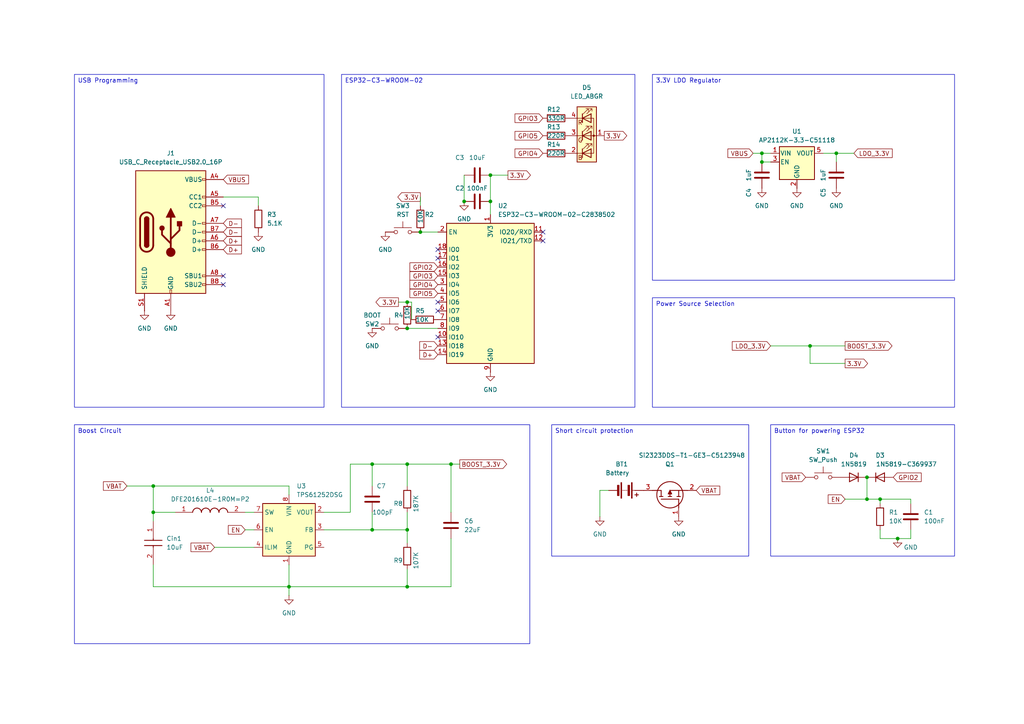
<source format=kicad_sch>
(kicad_sch
	(version 20250114)
	(generator "eeschema")
	(generator_version "9.0")
	(uuid "0b27a548-d5ba-4ba5-ab08-4f70f70e875a")
	(paper "A4")
	(title_block
		(title "ESP32 One-Button")
		(date "2025-06-06")
		(rev "rev1.0")
	)
	(lib_symbols
		(symbol "Connector:USB_C_Receptacle_USB2.0_16P"
			(pin_names
				(offset 1.016)
			)
			(exclude_from_sim no)
			(in_bom yes)
			(on_board yes)
			(property "Reference" "J"
				(at 0 22.225 0)
				(effects
					(font
						(size 1.27 1.27)
					)
				)
			)
			(property "Value" "USB_C_Receptacle_USB2.0_16P"
				(at 0 19.685 0)
				(effects
					(font
						(size 1.27 1.27)
					)
				)
			)
			(property "Footprint" ""
				(at 3.81 0 0)
				(effects
					(font
						(size 1.27 1.27)
					)
					(hide yes)
				)
			)
			(property "Datasheet" "https://www.usb.org/sites/default/files/documents/usb_type-c.zip"
				(at 3.81 0 0)
				(effects
					(font
						(size 1.27 1.27)
					)
					(hide yes)
				)
			)
			(property "Description" "USB 2.0-only 16P Type-C Receptacle connector"
				(at 0 0 0)
				(effects
					(font
						(size 1.27 1.27)
					)
					(hide yes)
				)
			)
			(property "ki_keywords" "usb universal serial bus type-C USB2.0"
				(at 0 0 0)
				(effects
					(font
						(size 1.27 1.27)
					)
					(hide yes)
				)
			)
			(property "ki_fp_filters" "USB*C*Receptacle*"
				(at 0 0 0)
				(effects
					(font
						(size 1.27 1.27)
					)
					(hide yes)
				)
			)
			(symbol "USB_C_Receptacle_USB2.0_16P_0_0"
				(rectangle
					(start -0.254 -17.78)
					(end 0.254 -16.764)
					(stroke
						(width 0)
						(type default)
					)
					(fill
						(type none)
					)
				)
				(rectangle
					(start 10.16 15.494)
					(end 9.144 14.986)
					(stroke
						(width 0)
						(type default)
					)
					(fill
						(type none)
					)
				)
				(rectangle
					(start 10.16 10.414)
					(end 9.144 9.906)
					(stroke
						(width 0)
						(type default)
					)
					(fill
						(type none)
					)
				)
				(rectangle
					(start 10.16 7.874)
					(end 9.144 7.366)
					(stroke
						(width 0)
						(type default)
					)
					(fill
						(type none)
					)
				)
				(rectangle
					(start 10.16 2.794)
					(end 9.144 2.286)
					(stroke
						(width 0)
						(type default)
					)
					(fill
						(type none)
					)
				)
				(rectangle
					(start 10.16 0.254)
					(end 9.144 -0.254)
					(stroke
						(width 0)
						(type default)
					)
					(fill
						(type none)
					)
				)
				(rectangle
					(start 10.16 -2.286)
					(end 9.144 -2.794)
					(stroke
						(width 0)
						(type default)
					)
					(fill
						(type none)
					)
				)
				(rectangle
					(start 10.16 -4.826)
					(end 9.144 -5.334)
					(stroke
						(width 0)
						(type default)
					)
					(fill
						(type none)
					)
				)
				(rectangle
					(start 10.16 -12.446)
					(end 9.144 -12.954)
					(stroke
						(width 0)
						(type default)
					)
					(fill
						(type none)
					)
				)
				(rectangle
					(start 10.16 -14.986)
					(end 9.144 -15.494)
					(stroke
						(width 0)
						(type default)
					)
					(fill
						(type none)
					)
				)
			)
			(symbol "USB_C_Receptacle_USB2.0_16P_0_1"
				(rectangle
					(start -10.16 17.78)
					(end 10.16 -17.78)
					(stroke
						(width 0.254)
						(type default)
					)
					(fill
						(type background)
					)
				)
				(polyline
					(pts
						(xy -8.89 -3.81) (xy -8.89 3.81)
					)
					(stroke
						(width 0.508)
						(type default)
					)
					(fill
						(type none)
					)
				)
				(rectangle
					(start -7.62 -3.81)
					(end -6.35 3.81)
					(stroke
						(width 0.254)
						(type default)
					)
					(fill
						(type outline)
					)
				)
				(arc
					(start -7.62 3.81)
					(mid -6.985 4.4423)
					(end -6.35 3.81)
					(stroke
						(width 0.254)
						(type default)
					)
					(fill
						(type none)
					)
				)
				(arc
					(start -7.62 3.81)
					(mid -6.985 4.4423)
					(end -6.35 3.81)
					(stroke
						(width 0.254)
						(type default)
					)
					(fill
						(type outline)
					)
				)
				(arc
					(start -8.89 3.81)
					(mid -6.985 5.7067)
					(end -5.08 3.81)
					(stroke
						(width 0.508)
						(type default)
					)
					(fill
						(type none)
					)
				)
				(arc
					(start -5.08 -3.81)
					(mid -6.985 -5.7067)
					(end -8.89 -3.81)
					(stroke
						(width 0.508)
						(type default)
					)
					(fill
						(type none)
					)
				)
				(arc
					(start -6.35 -3.81)
					(mid -6.985 -4.4423)
					(end -7.62 -3.81)
					(stroke
						(width 0.254)
						(type default)
					)
					(fill
						(type none)
					)
				)
				(arc
					(start -6.35 -3.81)
					(mid -6.985 -4.4423)
					(end -7.62 -3.81)
					(stroke
						(width 0.254)
						(type default)
					)
					(fill
						(type outline)
					)
				)
				(polyline
					(pts
						(xy -5.08 3.81) (xy -5.08 -3.81)
					)
					(stroke
						(width 0.508)
						(type default)
					)
					(fill
						(type none)
					)
				)
				(circle
					(center -2.54 1.143)
					(radius 0.635)
					(stroke
						(width 0.254)
						(type default)
					)
					(fill
						(type outline)
					)
				)
				(polyline
					(pts
						(xy -1.27 4.318) (xy 0 6.858) (xy 1.27 4.318) (xy -1.27 4.318)
					)
					(stroke
						(width 0.254)
						(type default)
					)
					(fill
						(type outline)
					)
				)
				(polyline
					(pts
						(xy 0 -2.032) (xy 2.54 0.508) (xy 2.54 1.778)
					)
					(stroke
						(width 0.508)
						(type default)
					)
					(fill
						(type none)
					)
				)
				(polyline
					(pts
						(xy 0 -3.302) (xy -2.54 -0.762) (xy -2.54 0.508)
					)
					(stroke
						(width 0.508)
						(type default)
					)
					(fill
						(type none)
					)
				)
				(polyline
					(pts
						(xy 0 -5.842) (xy 0 4.318)
					)
					(stroke
						(width 0.508)
						(type default)
					)
					(fill
						(type none)
					)
				)
				(circle
					(center 0 -5.842)
					(radius 1.27)
					(stroke
						(width 0)
						(type default)
					)
					(fill
						(type outline)
					)
				)
				(rectangle
					(start 1.905 1.778)
					(end 3.175 3.048)
					(stroke
						(width 0.254)
						(type default)
					)
					(fill
						(type outline)
					)
				)
			)
			(symbol "USB_C_Receptacle_USB2.0_16P_1_1"
				(pin passive line
					(at -7.62 -22.86 90)
					(length 5.08)
					(name "SHIELD"
						(effects
							(font
								(size 1.27 1.27)
							)
						)
					)
					(number "S1"
						(effects
							(font
								(size 1.27 1.27)
							)
						)
					)
				)
				(pin passive line
					(at 0 -22.86 90)
					(length 5.08)
					(name "GND"
						(effects
							(font
								(size 1.27 1.27)
							)
						)
					)
					(number "A1"
						(effects
							(font
								(size 1.27 1.27)
							)
						)
					)
				)
				(pin passive line
					(at 0 -22.86 90)
					(length 5.08)
					(hide yes)
					(name "GND"
						(effects
							(font
								(size 1.27 1.27)
							)
						)
					)
					(number "A12"
						(effects
							(font
								(size 1.27 1.27)
							)
						)
					)
				)
				(pin passive line
					(at 0 -22.86 90)
					(length 5.08)
					(hide yes)
					(name "GND"
						(effects
							(font
								(size 1.27 1.27)
							)
						)
					)
					(number "B1"
						(effects
							(font
								(size 1.27 1.27)
							)
						)
					)
				)
				(pin passive line
					(at 0 -22.86 90)
					(length 5.08)
					(hide yes)
					(name "GND"
						(effects
							(font
								(size 1.27 1.27)
							)
						)
					)
					(number "B12"
						(effects
							(font
								(size 1.27 1.27)
							)
						)
					)
				)
				(pin passive line
					(at 15.24 15.24 180)
					(length 5.08)
					(name "VBUS"
						(effects
							(font
								(size 1.27 1.27)
							)
						)
					)
					(number "A4"
						(effects
							(font
								(size 1.27 1.27)
							)
						)
					)
				)
				(pin passive line
					(at 15.24 15.24 180)
					(length 5.08)
					(hide yes)
					(name "VBUS"
						(effects
							(font
								(size 1.27 1.27)
							)
						)
					)
					(number "A9"
						(effects
							(font
								(size 1.27 1.27)
							)
						)
					)
				)
				(pin passive line
					(at 15.24 15.24 180)
					(length 5.08)
					(hide yes)
					(name "VBUS"
						(effects
							(font
								(size 1.27 1.27)
							)
						)
					)
					(number "B4"
						(effects
							(font
								(size 1.27 1.27)
							)
						)
					)
				)
				(pin passive line
					(at 15.24 15.24 180)
					(length 5.08)
					(hide yes)
					(name "VBUS"
						(effects
							(font
								(size 1.27 1.27)
							)
						)
					)
					(number "B9"
						(effects
							(font
								(size 1.27 1.27)
							)
						)
					)
				)
				(pin bidirectional line
					(at 15.24 10.16 180)
					(length 5.08)
					(name "CC1"
						(effects
							(font
								(size 1.27 1.27)
							)
						)
					)
					(number "A5"
						(effects
							(font
								(size 1.27 1.27)
							)
						)
					)
				)
				(pin bidirectional line
					(at 15.24 7.62 180)
					(length 5.08)
					(name "CC2"
						(effects
							(font
								(size 1.27 1.27)
							)
						)
					)
					(number "B5"
						(effects
							(font
								(size 1.27 1.27)
							)
						)
					)
				)
				(pin bidirectional line
					(at 15.24 2.54 180)
					(length 5.08)
					(name "D-"
						(effects
							(font
								(size 1.27 1.27)
							)
						)
					)
					(number "A7"
						(effects
							(font
								(size 1.27 1.27)
							)
						)
					)
				)
				(pin bidirectional line
					(at 15.24 0 180)
					(length 5.08)
					(name "D-"
						(effects
							(font
								(size 1.27 1.27)
							)
						)
					)
					(number "B7"
						(effects
							(font
								(size 1.27 1.27)
							)
						)
					)
				)
				(pin bidirectional line
					(at 15.24 -2.54 180)
					(length 5.08)
					(name "D+"
						(effects
							(font
								(size 1.27 1.27)
							)
						)
					)
					(number "A6"
						(effects
							(font
								(size 1.27 1.27)
							)
						)
					)
				)
				(pin bidirectional line
					(at 15.24 -5.08 180)
					(length 5.08)
					(name "D+"
						(effects
							(font
								(size 1.27 1.27)
							)
						)
					)
					(number "B6"
						(effects
							(font
								(size 1.27 1.27)
							)
						)
					)
				)
				(pin bidirectional line
					(at 15.24 -12.7 180)
					(length 5.08)
					(name "SBU1"
						(effects
							(font
								(size 1.27 1.27)
							)
						)
					)
					(number "A8"
						(effects
							(font
								(size 1.27 1.27)
							)
						)
					)
				)
				(pin bidirectional line
					(at 15.24 -15.24 180)
					(length 5.08)
					(name "SBU2"
						(effects
							(font
								(size 1.27 1.27)
							)
						)
					)
					(number "B8"
						(effects
							(font
								(size 1.27 1.27)
							)
						)
					)
				)
			)
			(embedded_fonts no)
		)
		(symbol "DFE201610E-1R0M=P2:DFE201610E-1R0M=P2"
			(pin_names
				(hide yes)
			)
			(exclude_from_sim no)
			(in_bom yes)
			(on_board yes)
			(property "Reference" "L"
				(at 16.51 6.35 0)
				(effects
					(font
						(size 1.27 1.27)
					)
					(justify left top)
				)
			)
			(property "Value" "DFE201610E-1R0M=P2"
				(at 16.51 3.81 0)
				(effects
					(font
						(size 1.27 1.27)
					)
					(justify left top)
				)
			)
			(property "Footprint" "1285ASH1R0MP2"
				(at 16.51 -96.19 0)
				(effects
					(font
						(size 1.27 1.27)
					)
					(justify left top)
					(hide yes)
				)
			)
			(property "Datasheet" "https://psearch.en.murata.com/inductor/product/DFE201610E-1R0M%23.html"
				(at 16.51 -196.19 0)
				(effects
					(font
						(size 1.27 1.27)
					)
					(justify left top)
					(hide yes)
				)
			)
			(property "Description" "DFE201610E Series Inductor 1.0uH +/-20% 0806 (2016)"
				(at 0 0 0)
				(effects
					(font
						(size 1.27 1.27)
					)
					(hide yes)
				)
			)
			(property "Height" "1"
				(at 16.51 -396.19 0)
				(effects
					(font
						(size 1.27 1.27)
					)
					(justify left top)
					(hide yes)
				)
			)
			(property "Mouser Part Number" "81-DFE201610E-1R0MP2"
				(at 16.51 -496.19 0)
				(effects
					(font
						(size 1.27 1.27)
					)
					(justify left top)
					(hide yes)
				)
			)
			(property "Mouser Price/Stock" "https://www.mouser.co.uk/ProductDetail/Murata-Electronics/DFE201610E-1R0M%3dP2?qs=AQlKX63v8Rt1GlLg%252BymCUQ%3D%3D"
				(at 16.51 -596.19 0)
				(effects
					(font
						(size 1.27 1.27)
					)
					(justify left top)
					(hide yes)
				)
			)
			(property "Manufacturer_Name" "Murata Electronics"
				(at 16.51 -696.19 0)
				(effects
					(font
						(size 1.27 1.27)
					)
					(justify left top)
					(hide yes)
				)
			)
			(property "Manufacturer_Part_Number" "DFE201610E-1R0M=P2"
				(at 16.51 -796.19 0)
				(effects
					(font
						(size 1.27 1.27)
					)
					(justify left top)
					(hide yes)
				)
			)
			(symbol "DFE201610E-1R0M=P2_1_1"
				(arc
					(start 5.08 0)
					(mid 6.35 1.219)
					(end 7.62 0)
					(stroke
						(width 0.254)
						(type default)
					)
					(fill
						(type none)
					)
				)
				(arc
					(start 7.62 0)
					(mid 8.89 1.219)
					(end 10.16 0)
					(stroke
						(width 0.254)
						(type default)
					)
					(fill
						(type none)
					)
				)
				(arc
					(start 10.16 0)
					(mid 11.43 1.219)
					(end 12.7 0)
					(stroke
						(width 0.254)
						(type default)
					)
					(fill
						(type none)
					)
				)
				(arc
					(start 12.7 0)
					(mid 13.97 1.219)
					(end 15.24 0)
					(stroke
						(width 0.254)
						(type default)
					)
					(fill
						(type none)
					)
				)
				(pin passive line
					(at 0 0 0)
					(length 5.08)
					(name "1"
						(effects
							(font
								(size 1.27 1.27)
							)
						)
					)
					(number "1"
						(effects
							(font
								(size 1.27 1.27)
							)
						)
					)
				)
				(pin passive line
					(at 20.32 0 180)
					(length 5.08)
					(name "2"
						(effects
							(font
								(size 1.27 1.27)
							)
						)
					)
					(number "2"
						(effects
							(font
								(size 1.27 1.27)
							)
						)
					)
				)
			)
			(embedded_fonts no)
		)
		(symbol "Device:Battery"
			(pin_numbers
				(hide yes)
			)
			(pin_names
				(offset 0)
				(hide yes)
			)
			(exclude_from_sim no)
			(in_bom yes)
			(on_board yes)
			(property "Reference" "BT"
				(at 2.54 2.54 0)
				(effects
					(font
						(size 1.27 1.27)
					)
					(justify left)
				)
			)
			(property "Value" "Battery"
				(at 2.54 0 0)
				(effects
					(font
						(size 1.27 1.27)
					)
					(justify left)
				)
			)
			(property "Footprint" ""
				(at 0 1.524 90)
				(effects
					(font
						(size 1.27 1.27)
					)
					(hide yes)
				)
			)
			(property "Datasheet" "~"
				(at 0 1.524 90)
				(effects
					(font
						(size 1.27 1.27)
					)
					(hide yes)
				)
			)
			(property "Description" "Multiple-cell battery"
				(at 0 0 0)
				(effects
					(font
						(size 1.27 1.27)
					)
					(hide yes)
				)
			)
			(property "ki_keywords" "batt voltage-source cell"
				(at 0 0 0)
				(effects
					(font
						(size 1.27 1.27)
					)
					(hide yes)
				)
			)
			(symbol "Battery_0_1"
				(rectangle
					(start -2.286 1.778)
					(end 2.286 1.524)
					(stroke
						(width 0)
						(type default)
					)
					(fill
						(type outline)
					)
				)
				(rectangle
					(start -2.286 -1.27)
					(end 2.286 -1.524)
					(stroke
						(width 0)
						(type default)
					)
					(fill
						(type outline)
					)
				)
				(rectangle
					(start -1.524 1.016)
					(end 1.524 0.508)
					(stroke
						(width 0)
						(type default)
					)
					(fill
						(type outline)
					)
				)
				(rectangle
					(start -1.524 -2.032)
					(end 1.524 -2.54)
					(stroke
						(width 0)
						(type default)
					)
					(fill
						(type outline)
					)
				)
				(polyline
					(pts
						(xy 0 1.778) (xy 0 2.54)
					)
					(stroke
						(width 0)
						(type default)
					)
					(fill
						(type none)
					)
				)
				(polyline
					(pts
						(xy 0 0) (xy 0 0.254)
					)
					(stroke
						(width 0)
						(type default)
					)
					(fill
						(type none)
					)
				)
				(polyline
					(pts
						(xy 0 -0.508) (xy 0 -0.254)
					)
					(stroke
						(width 0)
						(type default)
					)
					(fill
						(type none)
					)
				)
				(polyline
					(pts
						(xy 0 -1.016) (xy 0 -0.762)
					)
					(stroke
						(width 0)
						(type default)
					)
					(fill
						(type none)
					)
				)
				(polyline
					(pts
						(xy 0.762 3.048) (xy 1.778 3.048)
					)
					(stroke
						(width 0.254)
						(type default)
					)
					(fill
						(type none)
					)
				)
				(polyline
					(pts
						(xy 1.27 3.556) (xy 1.27 2.54)
					)
					(stroke
						(width 0.254)
						(type default)
					)
					(fill
						(type none)
					)
				)
			)
			(symbol "Battery_1_1"
				(pin passive line
					(at 0 5.08 270)
					(length 2.54)
					(name "+"
						(effects
							(font
								(size 1.27 1.27)
							)
						)
					)
					(number "1"
						(effects
							(font
								(size 1.27 1.27)
							)
						)
					)
				)
				(pin passive line
					(at 0 -5.08 90)
					(length 2.54)
					(name "-"
						(effects
							(font
								(size 1.27 1.27)
							)
						)
					)
					(number "2"
						(effects
							(font
								(size 1.27 1.27)
							)
						)
					)
				)
			)
			(embedded_fonts no)
		)
		(symbol "Device:C"
			(pin_numbers
				(hide yes)
			)
			(pin_names
				(offset 0.254)
			)
			(exclude_from_sim no)
			(in_bom yes)
			(on_board yes)
			(property "Reference" "C"
				(at 0.635 2.54 0)
				(effects
					(font
						(size 1.27 1.27)
					)
					(justify left)
				)
			)
			(property "Value" "C"
				(at 0.635 -2.54 0)
				(effects
					(font
						(size 1.27 1.27)
					)
					(justify left)
				)
			)
			(property "Footprint" ""
				(at 0.9652 -3.81 0)
				(effects
					(font
						(size 1.27 1.27)
					)
					(hide yes)
				)
			)
			(property "Datasheet" "~"
				(at 0 0 0)
				(effects
					(font
						(size 1.27 1.27)
					)
					(hide yes)
				)
			)
			(property "Description" "Unpolarized capacitor"
				(at 0 0 0)
				(effects
					(font
						(size 1.27 1.27)
					)
					(hide yes)
				)
			)
			(property "ki_keywords" "cap capacitor"
				(at 0 0 0)
				(effects
					(font
						(size 1.27 1.27)
					)
					(hide yes)
				)
			)
			(property "ki_fp_filters" "C_*"
				(at 0 0 0)
				(effects
					(font
						(size 1.27 1.27)
					)
					(hide yes)
				)
			)
			(symbol "C_0_1"
				(polyline
					(pts
						(xy -2.032 0.762) (xy 2.032 0.762)
					)
					(stroke
						(width 0.508)
						(type default)
					)
					(fill
						(type none)
					)
				)
				(polyline
					(pts
						(xy -2.032 -0.762) (xy 2.032 -0.762)
					)
					(stroke
						(width 0.508)
						(type default)
					)
					(fill
						(type none)
					)
				)
			)
			(symbol "C_1_1"
				(pin passive line
					(at 0 3.81 270)
					(length 2.794)
					(name "~"
						(effects
							(font
								(size 1.27 1.27)
							)
						)
					)
					(number "1"
						(effects
							(font
								(size 1.27 1.27)
							)
						)
					)
				)
				(pin passive line
					(at 0 -3.81 90)
					(length 2.794)
					(name "~"
						(effects
							(font
								(size 1.27 1.27)
							)
						)
					)
					(number "2"
						(effects
							(font
								(size 1.27 1.27)
							)
						)
					)
				)
			)
			(embedded_fonts no)
		)
		(symbol "Device:D"
			(pin_numbers
				(hide yes)
			)
			(pin_names
				(offset 1.016)
				(hide yes)
			)
			(exclude_from_sim no)
			(in_bom yes)
			(on_board yes)
			(property "Reference" "D"
				(at 0 2.54 0)
				(effects
					(font
						(size 1.27 1.27)
					)
				)
			)
			(property "Value" "D"
				(at 0 -2.54 0)
				(effects
					(font
						(size 1.27 1.27)
					)
				)
			)
			(property "Footprint" ""
				(at 0 0 0)
				(effects
					(font
						(size 1.27 1.27)
					)
					(hide yes)
				)
			)
			(property "Datasheet" "~"
				(at 0 0 0)
				(effects
					(font
						(size 1.27 1.27)
					)
					(hide yes)
				)
			)
			(property "Description" "Diode"
				(at 0 0 0)
				(effects
					(font
						(size 1.27 1.27)
					)
					(hide yes)
				)
			)
			(property "Sim.Device" "D"
				(at 0 0 0)
				(effects
					(font
						(size 1.27 1.27)
					)
					(hide yes)
				)
			)
			(property "Sim.Pins" "1=K 2=A"
				(at 0 0 0)
				(effects
					(font
						(size 1.27 1.27)
					)
					(hide yes)
				)
			)
			(property "ki_keywords" "diode"
				(at 0 0 0)
				(effects
					(font
						(size 1.27 1.27)
					)
					(hide yes)
				)
			)
			(property "ki_fp_filters" "TO-???* *_Diode_* *SingleDiode* D_*"
				(at 0 0 0)
				(effects
					(font
						(size 1.27 1.27)
					)
					(hide yes)
				)
			)
			(symbol "D_0_1"
				(polyline
					(pts
						(xy -1.27 1.27) (xy -1.27 -1.27)
					)
					(stroke
						(width 0.254)
						(type default)
					)
					(fill
						(type none)
					)
				)
				(polyline
					(pts
						(xy 1.27 1.27) (xy 1.27 -1.27) (xy -1.27 0) (xy 1.27 1.27)
					)
					(stroke
						(width 0.254)
						(type default)
					)
					(fill
						(type none)
					)
				)
				(polyline
					(pts
						(xy 1.27 0) (xy -1.27 0)
					)
					(stroke
						(width 0)
						(type default)
					)
					(fill
						(type none)
					)
				)
			)
			(symbol "D_1_1"
				(pin passive line
					(at -3.81 0 0)
					(length 2.54)
					(name "K"
						(effects
							(font
								(size 1.27 1.27)
							)
						)
					)
					(number "1"
						(effects
							(font
								(size 1.27 1.27)
							)
						)
					)
				)
				(pin passive line
					(at 3.81 0 180)
					(length 2.54)
					(name "A"
						(effects
							(font
								(size 1.27 1.27)
							)
						)
					)
					(number "2"
						(effects
							(font
								(size 1.27 1.27)
							)
						)
					)
				)
			)
			(embedded_fonts no)
		)
		(symbol "Device:LED_ABGR"
			(pin_names
				(offset 0)
				(hide yes)
			)
			(exclude_from_sim no)
			(in_bom yes)
			(on_board yes)
			(property "Reference" "D"
				(at 0 9.398 0)
				(effects
					(font
						(size 1.27 1.27)
					)
				)
			)
			(property "Value" "LED_ABGR"
				(at 0 -8.89 0)
				(effects
					(font
						(size 1.27 1.27)
					)
				)
			)
			(property "Footprint" ""
				(at 0 -1.27 0)
				(effects
					(font
						(size 1.27 1.27)
					)
					(hide yes)
				)
			)
			(property "Datasheet" "~"
				(at 0 -1.27 0)
				(effects
					(font
						(size 1.27 1.27)
					)
					(hide yes)
				)
			)
			(property "Description" "RGB LED, anode/blue/green/red"
				(at 0 0 0)
				(effects
					(font
						(size 1.27 1.27)
					)
					(hide yes)
				)
			)
			(property "ki_keywords" "LED RGB diode"
				(at 0 0 0)
				(effects
					(font
						(size 1.27 1.27)
					)
					(hide yes)
				)
			)
			(property "ki_fp_filters" "LED* LED_SMD:* LED_THT:*"
				(at 0 0 0)
				(effects
					(font
						(size 1.27 1.27)
					)
					(hide yes)
				)
			)
			(symbol "LED_ABGR_0_0"
				(text "R"
					(at -1.905 3.81 0)
					(effects
						(font
							(size 1.27 1.27)
						)
					)
				)
				(text "G"
					(at -1.905 -1.27 0)
					(effects
						(font
							(size 1.27 1.27)
						)
					)
				)
				(text "B"
					(at -1.905 -6.35 0)
					(effects
						(font
							(size 1.27 1.27)
						)
					)
				)
			)
			(symbol "LED_ABGR_0_1"
				(polyline
					(pts
						(xy -1.27 6.35) (xy -1.27 3.81)
					)
					(stroke
						(width 0.254)
						(type default)
					)
					(fill
						(type none)
					)
				)
				(polyline
					(pts
						(xy -1.27 6.35) (xy -1.27 3.81) (xy -1.27 3.81)
					)
					(stroke
						(width 0)
						(type default)
					)
					(fill
						(type none)
					)
				)
				(polyline
					(pts
						(xy -1.27 5.08) (xy -2.54 5.08)
					)
					(stroke
						(width 0)
						(type default)
					)
					(fill
						(type none)
					)
				)
				(polyline
					(pts
						(xy -1.27 5.08) (xy 1.27 5.08)
					)
					(stroke
						(width 0)
						(type default)
					)
					(fill
						(type none)
					)
				)
				(polyline
					(pts
						(xy -1.27 1.27) (xy -1.27 -1.27)
					)
					(stroke
						(width 0.254)
						(type default)
					)
					(fill
						(type none)
					)
				)
				(polyline
					(pts
						(xy -1.27 1.27) (xy -1.27 -1.27) (xy -1.27 -1.27)
					)
					(stroke
						(width 0)
						(type default)
					)
					(fill
						(type none)
					)
				)
				(polyline
					(pts
						(xy -1.27 0) (xy -2.54 0)
					)
					(stroke
						(width 0)
						(type default)
					)
					(fill
						(type none)
					)
				)
				(polyline
					(pts
						(xy -1.27 -3.81) (xy -1.27 -6.35)
					)
					(stroke
						(width 0.254)
						(type default)
					)
					(fill
						(type none)
					)
				)
				(polyline
					(pts
						(xy -1.27 -5.08) (xy -2.54 -5.08)
					)
					(stroke
						(width 0)
						(type default)
					)
					(fill
						(type none)
					)
				)
				(polyline
					(pts
						(xy -1.27 -5.08) (xy 1.27 -5.08)
					)
					(stroke
						(width 0)
						(type default)
					)
					(fill
						(type none)
					)
				)
				(polyline
					(pts
						(xy -1.016 6.35) (xy 0.508 7.874) (xy -0.254 7.874) (xy 0.508 7.874) (xy 0.508 7.112)
					)
					(stroke
						(width 0)
						(type default)
					)
					(fill
						(type none)
					)
				)
				(polyline
					(pts
						(xy -1.016 1.27) (xy 0.508 2.794) (xy -0.254 2.794) (xy 0.508 2.794) (xy 0.508 2.032)
					)
					(stroke
						(width 0)
						(type default)
					)
					(fill
						(type none)
					)
				)
				(polyline
					(pts
						(xy -1.016 -3.81) (xy 0.508 -2.286) (xy -0.254 -2.286) (xy 0.508 -2.286) (xy 0.508 -3.048)
					)
					(stroke
						(width 0)
						(type default)
					)
					(fill
						(type none)
					)
				)
				(polyline
					(pts
						(xy 0 6.35) (xy 1.524 7.874) (xy 0.762 7.874) (xy 1.524 7.874) (xy 1.524 7.112)
					)
					(stroke
						(width 0)
						(type default)
					)
					(fill
						(type none)
					)
				)
				(polyline
					(pts
						(xy 0 1.27) (xy 1.524 2.794) (xy 0.762 2.794) (xy 1.524 2.794) (xy 1.524 2.032)
					)
					(stroke
						(width 0)
						(type default)
					)
					(fill
						(type none)
					)
				)
				(polyline
					(pts
						(xy 0 -3.81) (xy 1.524 -2.286) (xy 0.762 -2.286) (xy 1.524 -2.286) (xy 1.524 -3.048)
					)
					(stroke
						(width 0)
						(type default)
					)
					(fill
						(type none)
					)
				)
				(polyline
					(pts
						(xy 1.27 6.35) (xy 1.27 3.81) (xy -1.27 5.08) (xy 1.27 6.35)
					)
					(stroke
						(width 0.254)
						(type default)
					)
					(fill
						(type none)
					)
				)
				(rectangle
					(start 1.27 6.35)
					(end 1.27 6.35)
					(stroke
						(width 0)
						(type default)
					)
					(fill
						(type none)
					)
				)
				(rectangle
					(start 1.27 3.81)
					(end 1.27 6.35)
					(stroke
						(width 0)
						(type default)
					)
					(fill
						(type none)
					)
				)
				(polyline
					(pts
						(xy 1.27 1.27) (xy 1.27 -1.27) (xy -1.27 0) (xy 1.27 1.27)
					)
					(stroke
						(width 0.254)
						(type default)
					)
					(fill
						(type none)
					)
				)
				(rectangle
					(start 1.27 1.27)
					(end 1.27 1.27)
					(stroke
						(width 0)
						(type default)
					)
					(fill
						(type none)
					)
				)
				(polyline
					(pts
						(xy 1.27 0) (xy -1.27 0)
					)
					(stroke
						(width 0)
						(type default)
					)
					(fill
						(type none)
					)
				)
				(polyline
					(pts
						(xy 1.27 0) (xy 2.54 0)
					)
					(stroke
						(width 0)
						(type default)
					)
					(fill
						(type none)
					)
				)
				(rectangle
					(start 1.27 -1.27)
					(end 1.27 1.27)
					(stroke
						(width 0)
						(type default)
					)
					(fill
						(type none)
					)
				)
				(polyline
					(pts
						(xy 1.27 -3.81) (xy 1.27 -6.35) (xy -1.27 -5.08) (xy 1.27 -3.81)
					)
					(stroke
						(width 0.254)
						(type default)
					)
					(fill
						(type none)
					)
				)
				(polyline
					(pts
						(xy 1.27 -5.08) (xy 2.032 -5.08) (xy 2.032 5.08) (xy 1.27 5.08)
					)
					(stroke
						(width 0)
						(type default)
					)
					(fill
						(type none)
					)
				)
				(circle
					(center 2.032 0)
					(radius 0.254)
					(stroke
						(width 0)
						(type default)
					)
					(fill
						(type outline)
					)
				)
				(rectangle
					(start 2.794 8.382)
					(end -2.794 -7.62)
					(stroke
						(width 0.254)
						(type default)
					)
					(fill
						(type background)
					)
				)
			)
			(symbol "LED_ABGR_1_1"
				(pin passive line
					(at -5.08 5.08 0)
					(length 2.54)
					(name "RK"
						(effects
							(font
								(size 1.27 1.27)
							)
						)
					)
					(number "4"
						(effects
							(font
								(size 1.27 1.27)
							)
						)
					)
				)
				(pin passive line
					(at -5.08 0 0)
					(length 2.54)
					(name "GK"
						(effects
							(font
								(size 1.27 1.27)
							)
						)
					)
					(number "3"
						(effects
							(font
								(size 1.27 1.27)
							)
						)
					)
				)
				(pin passive line
					(at -5.08 -5.08 0)
					(length 2.54)
					(name "BK"
						(effects
							(font
								(size 1.27 1.27)
							)
						)
					)
					(number "2"
						(effects
							(font
								(size 1.27 1.27)
							)
						)
					)
				)
				(pin passive line
					(at 5.08 0 180)
					(length 2.54)
					(name "A"
						(effects
							(font
								(size 1.27 1.27)
							)
						)
					)
					(number "1"
						(effects
							(font
								(size 1.27 1.27)
							)
						)
					)
				)
			)
			(embedded_fonts no)
		)
		(symbol "Device:R"
			(pin_numbers
				(hide yes)
			)
			(pin_names
				(offset 0)
			)
			(exclude_from_sim no)
			(in_bom yes)
			(on_board yes)
			(property "Reference" "R"
				(at 2.032 0 90)
				(effects
					(font
						(size 1.27 1.27)
					)
				)
			)
			(property "Value" "R"
				(at 0 0 90)
				(effects
					(font
						(size 1.27 1.27)
					)
				)
			)
			(property "Footprint" ""
				(at -1.778 0 90)
				(effects
					(font
						(size 1.27 1.27)
					)
					(hide yes)
				)
			)
			(property "Datasheet" "~"
				(at 0 0 0)
				(effects
					(font
						(size 1.27 1.27)
					)
					(hide yes)
				)
			)
			(property "Description" "Resistor"
				(at 0 0 0)
				(effects
					(font
						(size 1.27 1.27)
					)
					(hide yes)
				)
			)
			(property "ki_keywords" "R res resistor"
				(at 0 0 0)
				(effects
					(font
						(size 1.27 1.27)
					)
					(hide yes)
				)
			)
			(property "ki_fp_filters" "R_*"
				(at 0 0 0)
				(effects
					(font
						(size 1.27 1.27)
					)
					(hide yes)
				)
			)
			(symbol "R_0_1"
				(rectangle
					(start -1.016 -2.54)
					(end 1.016 2.54)
					(stroke
						(width 0.254)
						(type default)
					)
					(fill
						(type none)
					)
				)
			)
			(symbol "R_1_1"
				(pin passive line
					(at 0 3.81 270)
					(length 1.27)
					(name "~"
						(effects
							(font
								(size 1.27 1.27)
							)
						)
					)
					(number "1"
						(effects
							(font
								(size 1.27 1.27)
							)
						)
					)
				)
				(pin passive line
					(at 0 -3.81 90)
					(length 1.27)
					(name "~"
						(effects
							(font
								(size 1.27 1.27)
							)
						)
					)
					(number "2"
						(effects
							(font
								(size 1.27 1.27)
							)
						)
					)
				)
			)
			(embedded_fonts no)
		)
		(symbol "GRJ155R60J106ME11D:GRJ155R60J106ME11D"
			(pin_names
				(hide yes)
			)
			(exclude_from_sim no)
			(in_bom yes)
			(on_board yes)
			(property "Reference" "C"
				(at 8.89 6.35 0)
				(effects
					(font
						(size 1.27 1.27)
					)
					(justify left top)
				)
			)
			(property "Value" "GRJ155R60J106ME11D"
				(at 8.89 3.81 0)
				(effects
					(font
						(size 1.27 1.27)
					)
					(justify left top)
				)
			)
			(property "Footprint" "User_Gatelock:GRJ155R60J106ME11J"
				(at 8.89 -96.19 0)
				(effects
					(font
						(size 1.27 1.27)
					)
					(justify left top)
					(hide yes)
				)
			)
			(property "Datasheet" "https://search.murata.co.jp/Ceramy/image/img/A01X/G101/ENG/GRJ155R60J106ME11-01.pdf"
				(at 8.89 -196.19 0)
				(effects
					(font
						(size 1.27 1.27)
					)
					(justify left top)
					(hide yes)
				)
			)
			(property "Description" "Multilayer Ceramic Capacitors MLCC - SMD/SMT 0402 10uF 6.3volts *Derate Voltage/Temp"
				(at 0 0 0)
				(effects
					(font
						(size 1.27 1.27)
					)
					(hide yes)
				)
			)
			(property "Height" "0.7"
				(at 8.89 -396.19 0)
				(effects
					(font
						(size 1.27 1.27)
					)
					(justify left top)
					(hide yes)
				)
			)
			(property "Mouser Part Number" "81-GRJ155R60J106ME1D"
				(at 8.89 -496.19 0)
				(effects
					(font
						(size 1.27 1.27)
					)
					(justify left top)
					(hide yes)
				)
			)
			(property "Mouser Price/Stock" "https://www.mouser.co.uk/ProductDetail/Murata-Electronics/GRJ155R60J106ME11D?qs=I53XXhTNm8s0qq2xY2TjBg%3D%3D"
				(at 8.89 -596.19 0)
				(effects
					(font
						(size 1.27 1.27)
					)
					(justify left top)
					(hide yes)
				)
			)
			(property "Manufacturer_Name" "Murata Electronics"
				(at 8.89 -696.19 0)
				(effects
					(font
						(size 1.27 1.27)
					)
					(justify left top)
					(hide yes)
				)
			)
			(property "Manufacturer_Part_Number" "GRJ155R60J106ME11D"
				(at 8.89 -796.19 0)
				(effects
					(font
						(size 1.27 1.27)
					)
					(justify left top)
					(hide yes)
				)
			)
			(symbol "GRJ155R60J106ME11D_1_1"
				(polyline
					(pts
						(xy 5.08 0) (xy 5.588 0)
					)
					(stroke
						(width 0.254)
						(type default)
					)
					(fill
						(type none)
					)
				)
				(polyline
					(pts
						(xy 5.588 2.54) (xy 5.588 -2.54)
					)
					(stroke
						(width 0.254)
						(type default)
					)
					(fill
						(type none)
					)
				)
				(polyline
					(pts
						(xy 7.112 2.54) (xy 7.112 -2.54)
					)
					(stroke
						(width 0.254)
						(type default)
					)
					(fill
						(type none)
					)
				)
				(polyline
					(pts
						(xy 7.112 0) (xy 7.62 0)
					)
					(stroke
						(width 0.254)
						(type default)
					)
					(fill
						(type none)
					)
				)
				(pin passive line
					(at 0 0 0)
					(length 5.08)
					(name "1"
						(effects
							(font
								(size 1.27 1.27)
							)
						)
					)
					(number "1"
						(effects
							(font
								(size 1.27 1.27)
							)
						)
					)
				)
				(pin passive line
					(at 12.7 0 180)
					(length 5.08)
					(name "2"
						(effects
							(font
								(size 1.27 1.27)
							)
						)
					)
					(number "2"
						(effects
							(font
								(size 1.27 1.27)
							)
						)
					)
				)
			)
			(embedded_fonts no)
		)
		(symbol "RF_Module:ESP32-C3-WROOM-02"
			(exclude_from_sim no)
			(in_bom yes)
			(on_board yes)
			(property "Reference" "U"
				(at -12.192 21.336 0)
				(effects
					(font
						(size 1.27 1.27)
					)
				)
			)
			(property "Value" "ESP32-C3-WROOM-02"
				(at 12.192 21.336 0)
				(effects
					(font
						(size 1.27 1.27)
					)
				)
			)
			(property "Footprint" "RF_Module:ESP32-C3-WROOM-02"
				(at 0 0.635 0)
				(effects
					(font
						(size 1.27 1.27)
					)
					(hide yes)
				)
			)
			(property "Datasheet" "https://www.espressif.com/sites/default/files/documentation/esp32-c3-wroom-02_datasheet_en.pdf"
				(at 0 0.635 0)
				(effects
					(font
						(size 1.27 1.27)
					)
					(hide yes)
				)
			)
			(property "Description" "802.11 b/g/n Wi­Fi and Bluetooth 5 module, ESP32­C3 SoC, RISC­V microprocessor, On-board antenna"
				(at 0 0.635 0)
				(effects
					(font
						(size 1.27 1.27)
					)
					(hide yes)
				)
			)
			(property "ki_keywords" "esp32 espressif WiFi Bluetooth LE"
				(at 0 0 0)
				(effects
					(font
						(size 1.27 1.27)
					)
					(hide yes)
				)
			)
			(property "ki_fp_filters" "ESP32?C3*WROOM?02*"
				(at 0 0 0)
				(effects
					(font
						(size 1.27 1.27)
					)
					(hide yes)
				)
			)
			(symbol "ESP32-C3-WROOM-02_1_1"
				(rectangle
					(start -12.7 20.32)
					(end 12.7 -20.32)
					(stroke
						(width 0.254)
						(type default)
					)
					(fill
						(type background)
					)
				)
				(pin input line
					(at -15.24 17.78 0)
					(length 2.54)
					(name "EN"
						(effects
							(font
								(size 1.27 1.27)
							)
						)
					)
					(number "2"
						(effects
							(font
								(size 1.27 1.27)
							)
						)
					)
				)
				(pin bidirectional line
					(at -15.24 12.7 0)
					(length 2.54)
					(name "IO0"
						(effects
							(font
								(size 1.27 1.27)
							)
						)
					)
					(number "18"
						(effects
							(font
								(size 1.27 1.27)
							)
						)
					)
				)
				(pin bidirectional line
					(at -15.24 10.16 0)
					(length 2.54)
					(name "IO1"
						(effects
							(font
								(size 1.27 1.27)
							)
						)
					)
					(number "17"
						(effects
							(font
								(size 1.27 1.27)
							)
						)
					)
				)
				(pin bidirectional line
					(at -15.24 7.62 0)
					(length 2.54)
					(name "IO2"
						(effects
							(font
								(size 1.27 1.27)
							)
						)
					)
					(number "16"
						(effects
							(font
								(size 1.27 1.27)
							)
						)
					)
				)
				(pin bidirectional line
					(at -15.24 5.08 0)
					(length 2.54)
					(name "IO3"
						(effects
							(font
								(size 1.27 1.27)
							)
						)
					)
					(number "15"
						(effects
							(font
								(size 1.27 1.27)
							)
						)
					)
				)
				(pin bidirectional line
					(at -15.24 2.54 0)
					(length 2.54)
					(name "IO4"
						(effects
							(font
								(size 1.27 1.27)
							)
						)
					)
					(number "3"
						(effects
							(font
								(size 1.27 1.27)
							)
						)
					)
				)
				(pin bidirectional line
					(at -15.24 0 0)
					(length 2.54)
					(name "IO5"
						(effects
							(font
								(size 1.27 1.27)
							)
						)
					)
					(number "4"
						(effects
							(font
								(size 1.27 1.27)
							)
						)
					)
				)
				(pin bidirectional line
					(at -15.24 -2.54 0)
					(length 2.54)
					(name "IO6"
						(effects
							(font
								(size 1.27 1.27)
							)
						)
					)
					(number "5"
						(effects
							(font
								(size 1.27 1.27)
							)
						)
					)
				)
				(pin bidirectional line
					(at -15.24 -5.08 0)
					(length 2.54)
					(name "IO7"
						(effects
							(font
								(size 1.27 1.27)
							)
						)
					)
					(number "6"
						(effects
							(font
								(size 1.27 1.27)
							)
						)
					)
				)
				(pin bidirectional line
					(at -15.24 -7.62 0)
					(length 2.54)
					(name "IO8"
						(effects
							(font
								(size 1.27 1.27)
							)
						)
					)
					(number "7"
						(effects
							(font
								(size 1.27 1.27)
							)
						)
					)
				)
				(pin bidirectional line
					(at -15.24 -10.16 0)
					(length 2.54)
					(name "IO9"
						(effects
							(font
								(size 1.27 1.27)
							)
						)
					)
					(number "8"
						(effects
							(font
								(size 1.27 1.27)
							)
						)
					)
				)
				(pin bidirectional line
					(at -15.24 -12.7 0)
					(length 2.54)
					(name "IO10"
						(effects
							(font
								(size 1.27 1.27)
							)
						)
					)
					(number "10"
						(effects
							(font
								(size 1.27 1.27)
							)
						)
					)
				)
				(pin bidirectional line
					(at -15.24 -15.24 0)
					(length 2.54)
					(name "IO18"
						(effects
							(font
								(size 1.27 1.27)
							)
						)
					)
					(number "13"
						(effects
							(font
								(size 1.27 1.27)
							)
						)
					)
				)
				(pin bidirectional line
					(at -15.24 -17.78 0)
					(length 2.54)
					(name "IO19"
						(effects
							(font
								(size 1.27 1.27)
							)
						)
					)
					(number "14"
						(effects
							(font
								(size 1.27 1.27)
							)
						)
					)
				)
				(pin power_in line
					(at 0 22.86 270)
					(length 2.54)
					(name "3V3"
						(effects
							(font
								(size 1.27 1.27)
							)
						)
					)
					(number "1"
						(effects
							(font
								(size 1.27 1.27)
							)
						)
					)
				)
				(pin passive line
					(at 0 -22.86 90)
					(length 2.54)
					(hide yes)
					(name "GND"
						(effects
							(font
								(size 1.27 1.27)
							)
						)
					)
					(number "19"
						(effects
							(font
								(size 1.27 1.27)
							)
						)
					)
				)
				(pin power_in line
					(at 0 -22.86 90)
					(length 2.54)
					(name "GND"
						(effects
							(font
								(size 1.27 1.27)
							)
						)
					)
					(number "9"
						(effects
							(font
								(size 1.27 1.27)
							)
						)
					)
				)
				(pin bidirectional line
					(at 15.24 17.78 180)
					(length 2.54)
					(name "IO20/RXD"
						(effects
							(font
								(size 1.27 1.27)
							)
						)
					)
					(number "11"
						(effects
							(font
								(size 1.27 1.27)
							)
						)
					)
				)
				(pin bidirectional line
					(at 15.24 15.24 180)
					(length 2.54)
					(name "IO21/TXD"
						(effects
							(font
								(size 1.27 1.27)
							)
						)
					)
					(number "12"
						(effects
							(font
								(size 1.27 1.27)
							)
						)
					)
				)
			)
			(embedded_fonts no)
		)
		(symbol "Regulator_Linear:AP2112K-3.3"
			(pin_names
				(offset 0.254)
			)
			(exclude_from_sim no)
			(in_bom yes)
			(on_board yes)
			(property "Reference" "U"
				(at -5.08 5.715 0)
				(effects
					(font
						(size 1.27 1.27)
					)
					(justify left)
				)
			)
			(property "Value" "AP2112K-3.3"
				(at 0 5.715 0)
				(effects
					(font
						(size 1.27 1.27)
					)
					(justify left)
				)
			)
			(property "Footprint" "Package_TO_SOT_SMD:SOT-23-5"
				(at 0 8.255 0)
				(effects
					(font
						(size 1.27 1.27)
					)
					(hide yes)
				)
			)
			(property "Datasheet" "https://www.diodes.com/assets/Datasheets/AP2112.pdf"
				(at 0 2.54 0)
				(effects
					(font
						(size 1.27 1.27)
					)
					(hide yes)
				)
			)
			(property "Description" "600mA low dropout linear regulator, with enable pin, 3.8V-6V input voltage range, 3.3V fixed positive output, SOT-23-5"
				(at 0 0 0)
				(effects
					(font
						(size 1.27 1.27)
					)
					(hide yes)
				)
			)
			(property "ki_keywords" "linear regulator ldo fixed positive"
				(at 0 0 0)
				(effects
					(font
						(size 1.27 1.27)
					)
					(hide yes)
				)
			)
			(property "ki_fp_filters" "SOT?23?5*"
				(at 0 0 0)
				(effects
					(font
						(size 1.27 1.27)
					)
					(hide yes)
				)
			)
			(symbol "AP2112K-3.3_0_1"
				(rectangle
					(start -5.08 4.445)
					(end 5.08 -5.08)
					(stroke
						(width 0.254)
						(type default)
					)
					(fill
						(type background)
					)
				)
			)
			(symbol "AP2112K-3.3_1_1"
				(pin power_in line
					(at -7.62 2.54 0)
					(length 2.54)
					(name "VIN"
						(effects
							(font
								(size 1.27 1.27)
							)
						)
					)
					(number "1"
						(effects
							(font
								(size 1.27 1.27)
							)
						)
					)
				)
				(pin input line
					(at -7.62 0 0)
					(length 2.54)
					(name "EN"
						(effects
							(font
								(size 1.27 1.27)
							)
						)
					)
					(number "3"
						(effects
							(font
								(size 1.27 1.27)
							)
						)
					)
				)
				(pin power_in line
					(at 0 -7.62 90)
					(length 2.54)
					(name "GND"
						(effects
							(font
								(size 1.27 1.27)
							)
						)
					)
					(number "2"
						(effects
							(font
								(size 1.27 1.27)
							)
						)
					)
				)
				(pin no_connect line
					(at 5.08 0 180)
					(length 2.54)
					(hide yes)
					(name "NC"
						(effects
							(font
								(size 1.27 1.27)
							)
						)
					)
					(number "4"
						(effects
							(font
								(size 1.27 1.27)
							)
						)
					)
				)
				(pin power_out line
					(at 7.62 2.54 180)
					(length 2.54)
					(name "VOUT"
						(effects
							(font
								(size 1.27 1.27)
							)
						)
					)
					(number "5"
						(effects
							(font
								(size 1.27 1.27)
							)
						)
					)
				)
			)
			(embedded_fonts no)
		)
		(symbol "Regulator_Switching:TPS61252DSG"
			(exclude_from_sim no)
			(in_bom yes)
			(on_board yes)
			(property "Reference" "U"
				(at -7.62 10.16 0)
				(effects
					(font
						(size 1.27 1.27)
					)
				)
			)
			(property "Value" "TPS61252DSG"
				(at 10.16 10.16 0)
				(effects
					(font
						(size 1.27 1.27)
					)
				)
			)
			(property "Footprint" "Package_SON:WSON-8-1EP_2x2mm_P0.5mm_EP0.9x1.6mm"
				(at 1.27 -22.86 0)
				(effects
					(font
						(size 1.27 1.27)
					)
					(hide yes)
				)
			)
			(property "Datasheet" "http://www.ti.com/lit/ds/symlink/tps61252.pdf"
				(at 0 0 0)
				(effects
					(font
						(size 1.27 1.27)
					)
					(hide yes)
				)
			)
			(property "Description" "Tiny 1.5-A Boost Converter With Adjustable Input Current Limit, 2.3-6.0V Vin, 3.0-6.5V Vout, WSON-8"
				(at 0 0 0)
				(effects
					(font
						(size 1.27 1.27)
					)
					(hide yes)
				)
			)
			(property "ki_keywords" "boost converter switching"
				(at 0 0 0)
				(effects
					(font
						(size 1.27 1.27)
					)
					(hide yes)
				)
			)
			(property "ki_fp_filters" "WSON*1EP*2x2mm*P0.5mm*"
				(at 0 0 0)
				(effects
					(font
						(size 1.27 1.27)
					)
					(hide yes)
				)
			)
			(symbol "TPS61252DSG_1_1"
				(rectangle
					(start -7.62 7.62)
					(end 7.62 -7.62)
					(stroke
						(width 0.254)
						(type default)
					)
					(fill
						(type background)
					)
				)
				(pin passive line
					(at -10.16 5.08 0)
					(length 2.54)
					(name "SW"
						(effects
							(font
								(size 1.27 1.27)
							)
						)
					)
					(number "7"
						(effects
							(font
								(size 1.27 1.27)
							)
						)
					)
				)
				(pin input line
					(at -10.16 0 0)
					(length 2.54)
					(name "EN"
						(effects
							(font
								(size 1.27 1.27)
							)
						)
					)
					(number "6"
						(effects
							(font
								(size 1.27 1.27)
							)
						)
					)
				)
				(pin input line
					(at -10.16 -5.08 0)
					(length 2.54)
					(name "ILIM"
						(effects
							(font
								(size 1.27 1.27)
							)
						)
					)
					(number "4"
						(effects
							(font
								(size 1.27 1.27)
							)
						)
					)
				)
				(pin power_in line
					(at 0 10.16 270)
					(length 2.54)
					(name "VIN"
						(effects
							(font
								(size 1.27 1.27)
							)
						)
					)
					(number "8"
						(effects
							(font
								(size 1.27 1.27)
							)
						)
					)
				)
				(pin power_in line
					(at 0 -10.16 90)
					(length 2.54)
					(name "GND"
						(effects
							(font
								(size 1.27 1.27)
							)
						)
					)
					(number "1"
						(effects
							(font
								(size 1.27 1.27)
							)
						)
					)
				)
				(pin passive line
					(at 0 -10.16 90)
					(length 2.54)
					(hide yes)
					(name "GND"
						(effects
							(font
								(size 1.27 1.27)
							)
						)
					)
					(number "9"
						(effects
							(font
								(size 1.27 1.27)
							)
						)
					)
				)
				(pin power_out line
					(at 10.16 5.08 180)
					(length 2.54)
					(name "VOUT"
						(effects
							(font
								(size 1.27 1.27)
							)
						)
					)
					(number "2"
						(effects
							(font
								(size 1.27 1.27)
							)
						)
					)
				)
				(pin input line
					(at 10.16 0 180)
					(length 2.54)
					(name "FB"
						(effects
							(font
								(size 1.27 1.27)
							)
						)
					)
					(number "3"
						(effects
							(font
								(size 1.27 1.27)
							)
						)
					)
				)
				(pin open_collector line
					(at 10.16 -5.08 180)
					(length 2.54)
					(name "PG"
						(effects
							(font
								(size 1.27 1.27)
							)
						)
					)
					(number "5"
						(effects
							(font
								(size 1.27 1.27)
							)
						)
					)
				)
			)
			(embedded_fonts no)
		)
		(symbol "Si2323DDS-T1-GE3:Si2323DDS-T1-GE3"
			(pin_names
				(hide yes)
			)
			(exclude_from_sim no)
			(in_bom yes)
			(on_board yes)
			(property "Reference" "Q"
				(at 11.43 3.81 0)
				(effects
					(font
						(size 1.27 1.27)
					)
					(justify left top)
				)
			)
			(property "Value" "Si2323DDS-T1-GE3"
				(at 11.43 1.27 0)
				(effects
					(font
						(size 1.27 1.27)
					)
					(justify left top)
				)
			)
			(property "Footprint" "User_Gatelock:SOT95P237X112-3N"
				(at 11.43 -98.73 0)
				(effects
					(font
						(size 1.27 1.27)
					)
					(justify left top)
					(hide yes)
				)
			)
			(property "Datasheet" "https://altium.componentsearchengine.com/Datasheets/2/SI2323DDS-T1-GE3.pdf"
				(at 11.43 -198.73 0)
				(effects
					(font
						(size 1.27 1.27)
					)
					(justify left top)
					(hide yes)
				)
			)
			(property "Description" "VISHAY - SI2323DDS-T1-GE3 - Power MOSFET, P Channel, 20 V, 5.3 A, 0.032 ohm, SOT-23, Surface Mount"
				(at 0 0 0)
				(effects
					(font
						(size 1.27 1.27)
					)
					(hide yes)
				)
			)
			(property "Height" "1.12"
				(at 11.43 -398.73 0)
				(effects
					(font
						(size 1.27 1.27)
					)
					(justify left top)
					(hide yes)
				)
			)
			(property "Mouser Part Number" "78-SI2323DDS-T1-GE3"
				(at 11.43 -498.73 0)
				(effects
					(font
						(size 1.27 1.27)
					)
					(justify left top)
					(hide yes)
				)
			)
			(property "Mouser Price/Stock" "https://www.mouser.co.uk/ProductDetail/Vishay-Semiconductors/SI2323DDS-T1-GE3?qs=vgn07B5hXavjZXK0uPQNiA%3D%3D"
				(at 11.43 -598.73 0)
				(effects
					(font
						(size 1.27 1.27)
					)
					(justify left top)
					(hide yes)
				)
			)
			(property "Manufacturer_Name" "Vishay"
				(at 11.43 -698.73 0)
				(effects
					(font
						(size 1.27 1.27)
					)
					(justify left top)
					(hide yes)
				)
			)
			(property "Manufacturer_Part_Number" "Si2323DDS-T1-GE3"
				(at 11.43 -798.73 0)
				(effects
					(font
						(size 1.27 1.27)
					)
					(justify left top)
					(hide yes)
				)
			)
			(symbol "Si2323DDS-T1-GE3_1_1"
				(polyline
					(pts
						(xy 2.54 0) (xy 5.08 0)
					)
					(stroke
						(width 0.254)
						(type default)
					)
					(fill
						(type none)
					)
				)
				(polyline
					(pts
						(xy 5.08 5.08) (xy 5.08 0)
					)
					(stroke
						(width 0.254)
						(type default)
					)
					(fill
						(type none)
					)
				)
				(polyline
					(pts
						(xy 5.842 5.588) (xy 5.842 4.572)
					)
					(stroke
						(width 0.254)
						(type default)
					)
					(fill
						(type none)
					)
				)
				(polyline
					(pts
						(xy 5.842 2.032) (xy 5.842 3.048)
					)
					(stroke
						(width 0.254)
						(type default)
					)
					(fill
						(type none)
					)
				)
				(polyline
					(pts
						(xy 5.842 0) (xy 7.62 0)
					)
					(stroke
						(width 0.254)
						(type default)
					)
					(fill
						(type none)
					)
				)
				(polyline
					(pts
						(xy 5.842 -0.508) (xy 5.842 0.508)
					)
					(stroke
						(width 0.254)
						(type default)
					)
					(fill
						(type none)
					)
				)
				(circle
					(center 6.35 2.54)
					(radius 3.81)
					(stroke
						(width 0.254)
						(type default)
					)
					(fill
						(type none)
					)
				)
				(polyline
					(pts
						(xy 7.62 5.08) (xy 5.842 5.08)
					)
					(stroke
						(width 0.254)
						(type default)
					)
					(fill
						(type none)
					)
				)
				(polyline
					(pts
						(xy 7.62 5.08) (xy 7.62 7.62)
					)
					(stroke
						(width 0.254)
						(type default)
					)
					(fill
						(type none)
					)
				)
				(polyline
					(pts
						(xy 7.62 2.54) (xy 5.842 2.54)
					)
					(stroke
						(width 0.254)
						(type default)
					)
					(fill
						(type none)
					)
				)
				(polyline
					(pts
						(xy 7.62 2.54) (xy 7.62 -2.54)
					)
					(stroke
						(width 0.254)
						(type default)
					)
					(fill
						(type none)
					)
				)
				(polyline
					(pts
						(xy 7.62 2.54) (xy 6.604 3.048) (xy 6.604 2.032) (xy 7.62 2.54)
					)
					(stroke
						(width 0.254)
						(type default)
					)
					(fill
						(type outline)
					)
				)
				(pin passive line
					(at 0 0 0)
					(length 2.54)
					(name "G"
						(effects
							(font
								(size 1.27 1.27)
							)
						)
					)
					(number "1"
						(effects
							(font
								(size 1.27 1.27)
							)
						)
					)
				)
				(pin passive line
					(at 7.62 10.16 270)
					(length 2.54)
					(name "D"
						(effects
							(font
								(size 1.27 1.27)
							)
						)
					)
					(number "3"
						(effects
							(font
								(size 1.27 1.27)
							)
						)
					)
				)
				(pin passive line
					(at 7.62 -5.08 90)
					(length 2.54)
					(name "S"
						(effects
							(font
								(size 1.27 1.27)
							)
						)
					)
					(number "2"
						(effects
							(font
								(size 1.27 1.27)
							)
						)
					)
				)
			)
			(embedded_fonts no)
		)
		(symbol "Switch:SW_Push"
			(pin_numbers
				(hide yes)
			)
			(pin_names
				(offset 1.016)
				(hide yes)
			)
			(exclude_from_sim no)
			(in_bom yes)
			(on_board yes)
			(property "Reference" "SW"
				(at 1.27 2.54 0)
				(effects
					(font
						(size 1.27 1.27)
					)
					(justify left)
				)
			)
			(property "Value" "SW_Push"
				(at 0 -1.524 0)
				(effects
					(font
						(size 1.27 1.27)
					)
				)
			)
			(property "Footprint" ""
				(at 0 5.08 0)
				(effects
					(font
						(size 1.27 1.27)
					)
					(hide yes)
				)
			)
			(property "Datasheet" "~"
				(at 0 5.08 0)
				(effects
					(font
						(size 1.27 1.27)
					)
					(hide yes)
				)
			)
			(property "Description" "Push button switch, generic, two pins"
				(at 0 0 0)
				(effects
					(font
						(size 1.27 1.27)
					)
					(hide yes)
				)
			)
			(property "ki_keywords" "switch normally-open pushbutton push-button"
				(at 0 0 0)
				(effects
					(font
						(size 1.27 1.27)
					)
					(hide yes)
				)
			)
			(symbol "SW_Push_0_1"
				(circle
					(center -2.032 0)
					(radius 0.508)
					(stroke
						(width 0)
						(type default)
					)
					(fill
						(type none)
					)
				)
				(polyline
					(pts
						(xy 0 1.27) (xy 0 3.048)
					)
					(stroke
						(width 0)
						(type default)
					)
					(fill
						(type none)
					)
				)
				(circle
					(center 2.032 0)
					(radius 0.508)
					(stroke
						(width 0)
						(type default)
					)
					(fill
						(type none)
					)
				)
				(polyline
					(pts
						(xy 2.54 1.27) (xy -2.54 1.27)
					)
					(stroke
						(width 0)
						(type default)
					)
					(fill
						(type none)
					)
				)
				(pin passive line
					(at -5.08 0 0)
					(length 2.54)
					(name "1"
						(effects
							(font
								(size 1.27 1.27)
							)
						)
					)
					(number "1"
						(effects
							(font
								(size 1.27 1.27)
							)
						)
					)
				)
				(pin passive line
					(at 5.08 0 180)
					(length 2.54)
					(name "2"
						(effects
							(font
								(size 1.27 1.27)
							)
						)
					)
					(number "2"
						(effects
							(font
								(size 1.27 1.27)
							)
						)
					)
				)
			)
			(embedded_fonts no)
		)
		(symbol "power:GND"
			(power)
			(pin_numbers
				(hide yes)
			)
			(pin_names
				(offset 0)
				(hide yes)
			)
			(exclude_from_sim no)
			(in_bom yes)
			(on_board yes)
			(property "Reference" "#PWR"
				(at 0 -6.35 0)
				(effects
					(font
						(size 1.27 1.27)
					)
					(hide yes)
				)
			)
			(property "Value" "GND"
				(at 0 -3.81 0)
				(effects
					(font
						(size 1.27 1.27)
					)
				)
			)
			(property "Footprint" ""
				(at 0 0 0)
				(effects
					(font
						(size 1.27 1.27)
					)
					(hide yes)
				)
			)
			(property "Datasheet" ""
				(at 0 0 0)
				(effects
					(font
						(size 1.27 1.27)
					)
					(hide yes)
				)
			)
			(property "Description" "Power symbol creates a global label with name \"GND\" , ground"
				(at 0 0 0)
				(effects
					(font
						(size 1.27 1.27)
					)
					(hide yes)
				)
			)
			(property "ki_keywords" "global power"
				(at 0 0 0)
				(effects
					(font
						(size 1.27 1.27)
					)
					(hide yes)
				)
			)
			(symbol "GND_0_1"
				(polyline
					(pts
						(xy 0 0) (xy 0 -1.27) (xy 1.27 -1.27) (xy 0 -2.54) (xy -1.27 -1.27) (xy 0 -1.27)
					)
					(stroke
						(width 0)
						(type default)
					)
					(fill
						(type none)
					)
				)
			)
			(symbol "GND_1_1"
				(pin power_in line
					(at 0 0 270)
					(length 0)
					(name "~"
						(effects
							(font
								(size 1.27 1.27)
							)
						)
					)
					(number "1"
						(effects
							(font
								(size 1.27 1.27)
							)
						)
					)
				)
			)
			(embedded_fonts no)
		)
	)
	(text_box "3.3V LDO Regulator"
		(exclude_from_sim no)
		(at 189.23 21.59 0)
		(size 87.63 59.69)
		(margins 0.9525 0.9525 0.9525 0.9525)
		(stroke
			(width 0)
			(type solid)
		)
		(fill
			(type none)
		)
		(effects
			(font
				(size 1.27 1.27)
			)
			(justify left top)
		)
		(uuid "7170618f-e1e6-48e9-b3f8-77a7db84186a")
	)
	(text_box "Button for powering ESP32"
		(exclude_from_sim no)
		(at 223.52 123.19 0)
		(size 53.34 38.1)
		(margins 0.9525 0.9525 0.9525 0.9525)
		(stroke
			(width 0)
			(type solid)
		)
		(fill
			(type none)
		)
		(effects
			(font
				(size 1.27 1.27)
			)
			(justify left top)
		)
		(uuid "b5ab3d68-31af-4c47-906a-e2dcd7d41257")
	)
	(text_box "USB Programming"
		(exclude_from_sim no)
		(at 21.59 21.59 0)
		(size 72.39 96.52)
		(margins 0.9525 0.9525 0.9525 0.9525)
		(stroke
			(width 0)
			(type solid)
		)
		(fill
			(type none)
		)
		(effects
			(font
				(size 1.27 1.27)
			)
			(justify left top)
		)
		(uuid "b830eb5b-7b01-44aa-be39-377711d42743")
	)
	(text_box "Boost Circuit"
		(exclude_from_sim no)
		(at 21.59 123.19 0)
		(size 132.08 63.5)
		(margins 0.9525 0.9525 0.9525 0.9525)
		(stroke
			(width 0)
			(type solid)
		)
		(fill
			(type none)
		)
		(effects
			(font
				(size 1.27 1.27)
			)
			(justify left top)
		)
		(uuid "ce1685d8-d583-4ce9-a5a6-466d0f1f78f3")
	)
	(text_box "Short circuit protection"
		(exclude_from_sim no)
		(at 160.02 123.19 0)
		(size 57.15 38.1)
		(margins 0.9525 0.9525 0.9525 0.9525)
		(stroke
			(width 0)
			(type solid)
		)
		(fill
			(type none)
		)
		(effects
			(font
				(size 1.27 1.27)
			)
			(justify left top)
		)
		(uuid "dc69a993-8adb-49de-bfbc-7644a72d210e")
	)
	(text_box "Power Source Selection"
		(exclude_from_sim no)
		(at 189.23 86.36 0)
		(size 87.63 31.75)
		(margins 0.9525 0.9525 0.9525 0.9525)
		(stroke
			(width 0)
			(type solid)
		)
		(fill
			(type none)
		)
		(effects
			(font
				(size 1.27 1.27)
			)
			(justify left top)
		)
		(uuid "f5053a90-6d1d-4759-99b4-6271b3229a1e")
	)
	(text_box "ESP32-C3-WROOM-02"
		(exclude_from_sim no)
		(at 99.06 21.59 0)
		(size 85.09 96.52)
		(margins 0.9525 0.9525 0.9525 0.9525)
		(stroke
			(width 0)
			(type solid)
		)
		(fill
			(type none)
		)
		(effects
			(font
				(size 1.27 1.27)
			)
			(justify left top)
		)
		(uuid "fe062c1c-b920-45f4-8172-8bc90665926b")
	)
	(junction
		(at 242.57 44.45)
		(diameter 0)
		(color 0 0 0 0)
		(uuid "05484119-e5e5-4d8f-9c29-11d6f3c22237")
	)
	(junction
		(at 118.11 153.67)
		(diameter 0)
		(color 0 0 0 0)
		(uuid "134303b4-2054-4d44-a9c1-59b6f30475cd")
	)
	(junction
		(at 83.82 170.18)
		(diameter 0)
		(color 0 0 0 0)
		(uuid "1734287b-463c-49b3-ace4-ff223dbe37d3")
	)
	(junction
		(at 220.98 44.45)
		(diameter 0)
		(color 0 0 0 0)
		(uuid "2677d468-4c9f-41be-b0c0-59eb3cc7d9a2")
	)
	(junction
		(at 220.98 46.99)
		(diameter 0)
		(color 0 0 0 0)
		(uuid "2f8ac04e-da77-4a7b-b5bd-e0e73fb19698")
	)
	(junction
		(at 118.11 170.18)
		(diameter 0)
		(color 0 0 0 0)
		(uuid "3384dcc6-2af1-412d-b21c-5b4d9e3f2166")
	)
	(junction
		(at 142.24 58.42)
		(diameter 0)
		(color 0 0 0 0)
		(uuid "3b3f8a78-418b-4739-a291-a51cdc7cbde6")
	)
	(junction
		(at 251.46 144.78)
		(diameter 0)
		(color 0 0 0 0)
		(uuid "41f66a10-a5aa-475a-8d32-d45a52018f8c")
	)
	(junction
		(at 234.95 100.33)
		(diameter 0)
		(color 0 0 0 0)
		(uuid "54783129-d1af-4c0a-9fc8-af17cefd779e")
	)
	(junction
		(at 134.62 58.42)
		(diameter 0)
		(color 0 0 0 0)
		(uuid "682360c1-871a-4f88-9472-967a97ddda2d")
	)
	(junction
		(at 118.11 95.25)
		(diameter 0)
		(color 0 0 0 0)
		(uuid "7b535809-2a3b-469d-a840-dba51e8b54e3")
	)
	(junction
		(at 260.35 156.21)
		(diameter 0)
		(color 0 0 0 0)
		(uuid "81a870ec-6d20-461d-8b4e-2d1f6537ddd2")
	)
	(junction
		(at 255.27 144.78)
		(diameter 0)
		(color 0 0 0 0)
		(uuid "86da5989-0193-4f8e-8d00-94d03ddc820b")
	)
	(junction
		(at 142.24 50.8)
		(diameter 0)
		(color 0 0 0 0)
		(uuid "8979daf0-8e91-4b59-a6e5-52ac3fc6f122")
	)
	(junction
		(at 118.11 134.62)
		(diameter 0)
		(color 0 0 0 0)
		(uuid "b220d22e-e3f4-46d8-97fa-02100d7f4bcd")
	)
	(junction
		(at 107.95 134.62)
		(diameter 0)
		(color 0 0 0 0)
		(uuid "b28d9c9a-e482-46fb-80db-b9f431781cac")
	)
	(junction
		(at 130.81 134.62)
		(diameter 0)
		(color 0 0 0 0)
		(uuid "b579d066-9027-49e2-9051-db000917564b")
	)
	(junction
		(at 107.95 153.67)
		(diameter 0)
		(color 0 0 0 0)
		(uuid "c3778221-879a-4f31-a96f-d209cc76bc24")
	)
	(junction
		(at 44.45 140.97)
		(diameter 0)
		(color 0 0 0 0)
		(uuid "d918fd1b-b65d-4557-aedb-d30fdd8f1456")
	)
	(junction
		(at 44.45 148.59)
		(diameter 0)
		(color 0 0 0 0)
		(uuid "de323257-6297-414e-901b-ee7b95d8e411")
	)
	(junction
		(at 121.92 67.31)
		(diameter 0)
		(color 0 0 0 0)
		(uuid "ee70cf4d-465a-4c70-bc38-d25be16f31f6")
	)
	(junction
		(at 118.11 87.63)
		(diameter 0)
		(color 0 0 0 0)
		(uuid "f558e565-5768-482c-9c2c-44f32f158821")
	)
	(junction
		(at 251.46 138.43)
		(diameter 0)
		(color 0 0 0 0)
		(uuid "fa67ce44-8806-4f00-a448-1e093f6a5883")
	)
	(no_connect
		(at 64.77 59.69)
		(uuid "0b946228-25d3-474e-af43-f90cce8a69c1")
	)
	(no_connect
		(at 127 97.79)
		(uuid "0d4ea87f-3dae-49bd-8680-1a1d7d23b897")
	)
	(no_connect
		(at 157.48 69.85)
		(uuid "21ba5d46-1915-404f-b699-145abc2ab496")
	)
	(no_connect
		(at 127 72.39)
		(uuid "272c6afb-7790-4c68-85ea-231b054b6715")
	)
	(no_connect
		(at 157.48 67.31)
		(uuid "5e76002d-5435-4116-accc-cc83d394f449")
	)
	(no_connect
		(at 127 74.93)
		(uuid "637a7e5b-8cdc-4133-a7cb-85fcfe83b80b")
	)
	(no_connect
		(at 127 90.17)
		(uuid "6e2361ae-4878-4e38-8c46-d7b6d402ce7d")
	)
	(no_connect
		(at 127 87.63)
		(uuid "7166a3e2-05b1-455a-953b-58e57c8f20b0")
	)
	(no_connect
		(at 64.77 80.01)
		(uuid "a7f663cd-19a1-4639-9eb5-f5312e3cb113")
	)
	(no_connect
		(at 64.77 82.55)
		(uuid "fbdde3f4-e51e-42bc-91a3-6390886bb3f5")
	)
	(wire
		(pts
			(xy 118.11 134.62) (xy 130.81 134.62)
		)
		(stroke
			(width 0)
			(type default)
		)
		(uuid "05783c9a-5a80-4325-9ccc-c1035435f5c6")
	)
	(wire
		(pts
			(xy 264.16 144.78) (xy 264.16 146.05)
		)
		(stroke
			(width 0)
			(type default)
		)
		(uuid "0bd46778-d827-4fa0-9471-a4719e9e152a")
	)
	(wire
		(pts
			(xy 245.11 105.41) (xy 234.95 105.41)
		)
		(stroke
			(width 0)
			(type default)
		)
		(uuid "0cba19b6-9ccb-4106-9e6a-1a5acb406580")
	)
	(wire
		(pts
			(xy 44.45 148.59) (xy 50.8 148.59)
		)
		(stroke
			(width 0)
			(type default)
		)
		(uuid "0ce684af-e257-4903-a316-69f06ffab529")
	)
	(wire
		(pts
			(xy 83.82 170.18) (xy 83.82 172.72)
		)
		(stroke
			(width 0)
			(type default)
		)
		(uuid "1423906d-956e-49df-a601-57e0f5d246ac")
	)
	(wire
		(pts
			(xy 234.95 105.41) (xy 234.95 100.33)
		)
		(stroke
			(width 0)
			(type default)
		)
		(uuid "17ff8007-4658-457f-9bd7-4cac9715db8f")
	)
	(wire
		(pts
			(xy 121.92 67.31) (xy 127 67.31)
		)
		(stroke
			(width 0)
			(type default)
		)
		(uuid "1f188496-7226-4b49-aa75-4bf37476c15a")
	)
	(wire
		(pts
			(xy 107.95 134.62) (xy 118.11 134.62)
		)
		(stroke
			(width 0)
			(type default)
		)
		(uuid "2256a546-0fa6-459a-acf6-f95817b6b360")
	)
	(wire
		(pts
			(xy 107.95 134.62) (xy 107.95 140.97)
		)
		(stroke
			(width 0)
			(type default)
		)
		(uuid "349b2c9b-5082-4120-b518-bef8205708d7")
	)
	(wire
		(pts
			(xy 147.32 50.8) (xy 142.24 50.8)
		)
		(stroke
			(width 0)
			(type default)
		)
		(uuid "3c884d26-7d52-46fe-b3c5-7a57202b00a6")
	)
	(wire
		(pts
			(xy 44.45 148.59) (xy 44.45 151.13)
		)
		(stroke
			(width 0)
			(type default)
		)
		(uuid "43aeea1f-dcfa-43e9-aee8-6856608de9de")
	)
	(wire
		(pts
			(xy 255.27 144.78) (xy 264.16 144.78)
		)
		(stroke
			(width 0)
			(type default)
		)
		(uuid "46cb9d97-58fa-4d00-9211-7c582fc29f6c")
	)
	(wire
		(pts
			(xy 119.38 87.63) (xy 118.11 87.63)
		)
		(stroke
			(width 0)
			(type default)
		)
		(uuid "48df91d3-3f79-4807-8121-b33e4ebb4d75")
	)
	(wire
		(pts
			(xy 119.38 92.71) (xy 119.38 87.63)
		)
		(stroke
			(width 0)
			(type default)
		)
		(uuid "4adf21bc-7c5c-450e-a528-fa65370e1caf")
	)
	(wire
		(pts
			(xy 83.82 170.18) (xy 118.11 170.18)
		)
		(stroke
			(width 0)
			(type default)
		)
		(uuid "4b1509d3-53a2-4a2a-b44c-24b7df98fdf5")
	)
	(wire
		(pts
			(xy 36.83 140.97) (xy 44.45 140.97)
		)
		(stroke
			(width 0)
			(type default)
		)
		(uuid "4b2c92d9-b74e-438d-88e1-b187384b81ad")
	)
	(wire
		(pts
			(xy 255.27 156.21) (xy 260.35 156.21)
		)
		(stroke
			(width 0)
			(type default)
		)
		(uuid "4e3e93d0-41ff-4f0d-b407-f35e1f06a1f9")
	)
	(wire
		(pts
			(xy 118.11 148.59) (xy 118.11 153.67)
		)
		(stroke
			(width 0)
			(type default)
		)
		(uuid "4f964078-9dd2-45ab-ade9-e59b5056c8ba")
	)
	(wire
		(pts
			(xy 44.45 140.97) (xy 83.82 140.97)
		)
		(stroke
			(width 0)
			(type default)
		)
		(uuid "5347529e-5814-447e-9b87-2279a8463aa9")
	)
	(wire
		(pts
			(xy 107.95 148.59) (xy 107.95 153.67)
		)
		(stroke
			(width 0)
			(type default)
		)
		(uuid "5d77bfd2-0af5-4a4a-a1ce-4a814a220c38")
	)
	(wire
		(pts
			(xy 74.93 57.15) (xy 74.93 59.69)
		)
		(stroke
			(width 0)
			(type default)
		)
		(uuid "5dfaee07-13b2-4b56-8006-14802048c8d7")
	)
	(wire
		(pts
			(xy 176.53 142.24) (xy 173.99 142.24)
		)
		(stroke
			(width 0)
			(type default)
		)
		(uuid "6242cf45-8557-41c4-9a52-e423dd479eaa")
	)
	(wire
		(pts
			(xy 251.46 138.43) (xy 251.46 144.78)
		)
		(stroke
			(width 0)
			(type default)
		)
		(uuid "6c774f3b-5ac2-412c-93ab-fb49e6a18aa2")
	)
	(wire
		(pts
			(xy 251.46 144.78) (xy 255.27 144.78)
		)
		(stroke
			(width 0)
			(type default)
		)
		(uuid "6f65a0b4-0490-466f-8626-1166808afca7")
	)
	(wire
		(pts
			(xy 115.57 87.63) (xy 118.11 87.63)
		)
		(stroke
			(width 0)
			(type default)
		)
		(uuid "749604c6-f188-410d-a389-4814d210ff2b")
	)
	(wire
		(pts
			(xy 121.92 57.15) (xy 121.92 59.69)
		)
		(stroke
			(width 0)
			(type default)
		)
		(uuid "76527a3a-79db-47ce-b4de-e80f8a730074")
	)
	(wire
		(pts
			(xy 118.11 165.1) (xy 118.11 170.18)
		)
		(stroke
			(width 0)
			(type default)
		)
		(uuid "79d254d6-54e2-439a-9be9-8ae62c3999c4")
	)
	(wire
		(pts
			(xy 247.65 44.45) (xy 242.57 44.45)
		)
		(stroke
			(width 0)
			(type default)
		)
		(uuid "7df036e0-9ce2-4e64-87c7-aec18875f184")
	)
	(wire
		(pts
			(xy 223.52 46.99) (xy 220.98 46.99)
		)
		(stroke
			(width 0)
			(type default)
		)
		(uuid "7e261381-4656-49d5-9ed7-4db2133648bb")
	)
	(wire
		(pts
			(xy 242.57 44.45) (xy 242.57 46.99)
		)
		(stroke
			(width 0)
			(type default)
		)
		(uuid "81fff0da-9337-4344-b91a-9b131847dc44")
	)
	(wire
		(pts
			(xy 130.81 156.21) (xy 130.81 170.18)
		)
		(stroke
			(width 0)
			(type default)
		)
		(uuid "849d77b0-4583-4c05-a779-b606ae0bf916")
	)
	(wire
		(pts
			(xy 44.45 163.83) (xy 44.45 170.18)
		)
		(stroke
			(width 0)
			(type default)
		)
		(uuid "86231f1f-e38f-4a97-ae04-2fccf7c4f542")
	)
	(wire
		(pts
			(xy 130.81 134.62) (xy 133.35 134.62)
		)
		(stroke
			(width 0)
			(type default)
		)
		(uuid "8a59ead0-70a8-404f-9a43-ad6e3b59c3b6")
	)
	(wire
		(pts
			(xy 223.52 100.33) (xy 234.95 100.33)
		)
		(stroke
			(width 0)
			(type default)
		)
		(uuid "8bd3141c-16d6-49b2-9d42-99fd8a397b5d")
	)
	(wire
		(pts
			(xy 71.12 153.67) (xy 73.66 153.67)
		)
		(stroke
			(width 0)
			(type default)
		)
		(uuid "8c7cd7ce-5c5e-4ec3-9cd1-cbdf7852ce13")
	)
	(wire
		(pts
			(xy 130.81 134.62) (xy 130.81 148.59)
		)
		(stroke
			(width 0)
			(type default)
		)
		(uuid "8ea73e6c-8eec-4796-bced-40dc2008b0ae")
	)
	(wire
		(pts
			(xy 107.95 153.67) (xy 118.11 153.67)
		)
		(stroke
			(width 0)
			(type default)
		)
		(uuid "91ec0892-4d4e-4ea0-904b-c03a69aa277c")
	)
	(wire
		(pts
			(xy 242.57 44.45) (xy 238.76 44.45)
		)
		(stroke
			(width 0)
			(type default)
		)
		(uuid "92e35f78-d5ef-4574-abf1-ab01fc3fc0c2")
	)
	(wire
		(pts
			(xy 93.98 148.59) (xy 101.6 148.59)
		)
		(stroke
			(width 0)
			(type default)
		)
		(uuid "9333f9ee-054b-48df-aaf6-49164fd1d2d9")
	)
	(wire
		(pts
			(xy 64.77 57.15) (xy 74.93 57.15)
		)
		(stroke
			(width 0)
			(type default)
		)
		(uuid "9f28f11d-77e2-4ed1-ac01-99843d936714")
	)
	(wire
		(pts
			(xy 255.27 153.67) (xy 255.27 156.21)
		)
		(stroke
			(width 0)
			(type default)
		)
		(uuid "a5fa7763-8de3-4305-bc0c-7899e54fbfd7")
	)
	(wire
		(pts
			(xy 264.16 156.21) (xy 264.16 153.67)
		)
		(stroke
			(width 0)
			(type default)
		)
		(uuid "ab993f76-b7d5-41d1-8e31-cbe851dda074")
	)
	(wire
		(pts
			(xy 234.95 100.33) (xy 245.11 100.33)
		)
		(stroke
			(width 0)
			(type default)
		)
		(uuid "ac3ba250-3d9c-4b5a-9cd7-cec1f6d1b402")
	)
	(wire
		(pts
			(xy 101.6 134.62) (xy 107.95 134.62)
		)
		(stroke
			(width 0)
			(type default)
		)
		(uuid "ae827fa8-986b-48d1-92b4-4c198d5ec27a")
	)
	(wire
		(pts
			(xy 101.6 148.59) (xy 101.6 134.62)
		)
		(stroke
			(width 0)
			(type default)
		)
		(uuid "b24b75e0-2674-418f-9848-6f94130cbfeb")
	)
	(wire
		(pts
			(xy 255.27 144.78) (xy 255.27 146.05)
		)
		(stroke
			(width 0)
			(type default)
		)
		(uuid "b67ec2cd-26ea-49ec-93d6-2d172ae819e3")
	)
	(wire
		(pts
			(xy 44.45 140.97) (xy 44.45 148.59)
		)
		(stroke
			(width 0)
			(type default)
		)
		(uuid "b8cc7b14-02cc-4ae3-a419-3aa71bf2cbd6")
	)
	(wire
		(pts
			(xy 71.12 148.59) (xy 73.66 148.59)
		)
		(stroke
			(width 0)
			(type default)
		)
		(uuid "b9274f92-17fb-4193-8358-249f9428cf0b")
	)
	(wire
		(pts
			(xy 44.45 170.18) (xy 83.82 170.18)
		)
		(stroke
			(width 0)
			(type default)
		)
		(uuid "be85204a-e114-43b4-aa0c-e480886e9aa3")
	)
	(wire
		(pts
			(xy 260.35 156.21) (xy 264.16 156.21)
		)
		(stroke
			(width 0)
			(type default)
		)
		(uuid "bed36e2c-497a-4e4d-a3d5-d94d551c0501")
	)
	(wire
		(pts
			(xy 142.24 58.42) (xy 142.24 62.23)
		)
		(stroke
			(width 0)
			(type default)
		)
		(uuid "bfcaca12-122d-4f03-985f-ffe3dc4288e6")
	)
	(wire
		(pts
			(xy 245.11 144.78) (xy 251.46 144.78)
		)
		(stroke
			(width 0)
			(type default)
		)
		(uuid "c0164cbb-106e-401c-8e1b-91fd1668f496")
	)
	(wire
		(pts
			(xy 118.11 95.25) (xy 127 95.25)
		)
		(stroke
			(width 0)
			(type default)
		)
		(uuid "c0ad5e61-7f2c-4b85-9748-cfd2b83031aa")
	)
	(wire
		(pts
			(xy 220.98 46.99) (xy 220.98 44.45)
		)
		(stroke
			(width 0)
			(type default)
		)
		(uuid "c5710dcc-508d-4936-ad92-3bc6199a4b88")
	)
	(wire
		(pts
			(xy 83.82 143.51) (xy 83.82 140.97)
		)
		(stroke
			(width 0)
			(type default)
		)
		(uuid "c880fe45-a13f-49a6-8d7b-f1438a980543")
	)
	(wire
		(pts
			(xy 118.11 134.62) (xy 118.11 140.97)
		)
		(stroke
			(width 0)
			(type default)
		)
		(uuid "d6c9cda8-5949-4241-b50f-fe9ca020e062")
	)
	(wire
		(pts
			(xy 218.44 44.45) (xy 220.98 44.45)
		)
		(stroke
			(width 0)
			(type default)
		)
		(uuid "d6ff116f-81a5-401f-bbd6-0a50e8ec7c29")
	)
	(wire
		(pts
			(xy 173.99 142.24) (xy 173.99 149.86)
		)
		(stroke
			(width 0)
			(type default)
		)
		(uuid "e0684be5-b661-45a8-9ebe-e8e7283272d7")
	)
	(wire
		(pts
			(xy 220.98 44.45) (xy 223.52 44.45)
		)
		(stroke
			(width 0)
			(type default)
		)
		(uuid "e94b6141-a32d-495a-90e3-d0634d6b0d7c")
	)
	(wire
		(pts
			(xy 107.95 153.67) (xy 93.98 153.67)
		)
		(stroke
			(width 0)
			(type default)
		)
		(uuid "eb735497-7beb-460f-ab29-9e36e7199a98")
	)
	(wire
		(pts
			(xy 83.82 163.83) (xy 83.82 170.18)
		)
		(stroke
			(width 0)
			(type default)
		)
		(uuid "edd51e97-c9f9-40e6-a882-7b5e30572d05")
	)
	(wire
		(pts
			(xy 118.11 153.67) (xy 118.11 157.48)
		)
		(stroke
			(width 0)
			(type default)
		)
		(uuid "f17f517e-82f1-47dc-bab6-62f0f4a12570")
	)
	(wire
		(pts
			(xy 62.23 158.75) (xy 73.66 158.75)
		)
		(stroke
			(width 0)
			(type default)
		)
		(uuid "f4caa93b-c533-4dc2-86d7-e1f3811379b2")
	)
	(wire
		(pts
			(xy 134.62 50.8) (xy 134.62 58.42)
		)
		(stroke
			(width 0)
			(type default)
		)
		(uuid "f8fdf6bf-03b6-427c-817e-c8473d4baa5e")
	)
	(wire
		(pts
			(xy 142.24 50.8) (xy 142.24 58.42)
		)
		(stroke
			(width 0)
			(type default)
		)
		(uuid "fad1a051-e6f9-4c82-9ee9-2ad22636f86e")
	)
	(wire
		(pts
			(xy 130.81 170.18) (xy 118.11 170.18)
		)
		(stroke
			(width 0)
			(type default)
		)
		(uuid "fdc1be5d-5b0a-419b-a8f1-b4dc3e739141")
	)
	(global_label "3.3V"
		(shape output)
		(at 121.92 57.15 180)
		(fields_autoplaced yes)
		(effects
			(font
				(size 1.27 1.27)
			)
			(justify right)
		)
		(uuid "07f25b67-8144-49bc-a27b-55d8bf31d036")
		(property "Intersheetrefs" "${INTERSHEET_REFS}"
			(at 114.8224 57.15 0)
			(effects
				(font
					(size 1.27 1.27)
				)
				(justify right)
				(hide yes)
			)
		)
	)
	(global_label "GPIO5"
		(shape input)
		(at 127 85.09 180)
		(fields_autoplaced yes)
		(effects
			(font
				(size 1.27 1.27)
			)
			(justify right)
		)
		(uuid "085e26d4-caca-40cb-9cb0-e97e602259da")
		(property "Intersheetrefs" "${INTERSHEET_REFS}"
			(at 118.33 85.09 0)
			(effects
				(font
					(size 1.27 1.27)
				)
				(justify right)
				(hide yes)
			)
		)
	)
	(global_label "VBAT"
		(shape input)
		(at 201.93 142.24 0)
		(fields_autoplaced yes)
		(effects
			(font
				(size 1.27 1.27)
			)
			(justify left)
		)
		(uuid "15991161-9f14-466f-8aba-1828368fe8ec")
		(property "Intersheetrefs" "${INTERSHEET_REFS}"
			(at 209.33 142.24 0)
			(effects
				(font
					(size 1.27 1.27)
				)
				(justify left)
				(hide yes)
			)
		)
	)
	(global_label "D+"
		(shape input)
		(at 64.77 69.85 0)
		(fields_autoplaced yes)
		(effects
			(font
				(size 1.27 1.27)
			)
			(justify left)
		)
		(uuid "1ba142e6-7385-4434-98d3-dbb3a86564aa")
		(property "Intersheetrefs" "${INTERSHEET_REFS}"
			(at 70.5976 69.85 0)
			(effects
				(font
					(size 1.27 1.27)
				)
				(justify left)
				(hide yes)
			)
		)
	)
	(global_label "EN"
		(shape input)
		(at 71.12 153.67 180)
		(fields_autoplaced yes)
		(effects
			(font
				(size 1.27 1.27)
			)
			(justify right)
		)
		(uuid "1f909d75-8912-4a07-8730-8fe1ff5177e8")
		(property "Intersheetrefs" "${INTERSHEET_REFS}"
			(at 65.6553 153.67 0)
			(effects
				(font
					(size 1.27 1.27)
				)
				(justify right)
				(hide yes)
			)
		)
	)
	(global_label "BOOST_3.3V"
		(shape output)
		(at 133.35 134.62 0)
		(fields_autoplaced yes)
		(effects
			(font
				(size 1.27 1.27)
			)
			(justify left)
		)
		(uuid "2414bb34-fe9f-4bb6-9cf0-21030d74e6b3")
		(property "Intersheetrefs" "${INTERSHEET_REFS}"
			(at 147.5233 134.62 0)
			(effects
				(font
					(size 1.27 1.27)
				)
				(justify left)
				(hide yes)
			)
		)
	)
	(global_label "GPIO2"
		(shape input)
		(at 127 77.47 180)
		(fields_autoplaced yes)
		(effects
			(font
				(size 1.27 1.27)
			)
			(justify right)
		)
		(uuid "297a48bd-c4b3-4964-8197-d7d7a1fa27f6")
		(property "Intersheetrefs" "${INTERSHEET_REFS}"
			(at 118.33 77.47 0)
			(effects
				(font
					(size 1.27 1.27)
				)
				(justify right)
				(hide yes)
			)
		)
	)
	(global_label "D-"
		(shape input)
		(at 64.77 67.31 0)
		(fields_autoplaced yes)
		(effects
			(font
				(size 1.27 1.27)
			)
			(justify left)
		)
		(uuid "3092a565-d66f-4156-b98d-a71f1653f38e")
		(property "Intersheetrefs" "${INTERSHEET_REFS}"
			(at 70.5976 67.31 0)
			(effects
				(font
					(size 1.27 1.27)
				)
				(justify left)
				(hide yes)
			)
		)
	)
	(global_label "GPIO4"
		(shape input)
		(at 127 82.55 180)
		(fields_autoplaced yes)
		(effects
			(font
				(size 1.27 1.27)
			)
			(justify right)
		)
		(uuid "3128a696-71d9-40ab-a705-5aff34abff98")
		(property "Intersheetrefs" "${INTERSHEET_REFS}"
			(at 118.33 82.55 0)
			(effects
				(font
					(size 1.27 1.27)
				)
				(justify right)
				(hide yes)
			)
		)
	)
	(global_label "EN"
		(shape input)
		(at 245.11 144.78 180)
		(fields_autoplaced yes)
		(effects
			(font
				(size 1.27 1.27)
			)
			(justify right)
		)
		(uuid "36996466-61d5-4974-bb1e-e09265859ede")
		(property "Intersheetrefs" "${INTERSHEET_REFS}"
			(at 239.6453 144.78 0)
			(effects
				(font
					(size 1.27 1.27)
				)
				(justify right)
				(hide yes)
			)
		)
	)
	(global_label "D-"
		(shape input)
		(at 64.77 64.77 0)
		(fields_autoplaced yes)
		(effects
			(font
				(size 1.27 1.27)
			)
			(justify left)
		)
		(uuid "3a4a19ce-96bd-41ba-8992-b87aab28ec45")
		(property "Intersheetrefs" "${INTERSHEET_REFS}"
			(at 70.5976 64.77 0)
			(effects
				(font
					(size 1.27 1.27)
				)
				(justify left)
				(hide yes)
			)
		)
	)
	(global_label "VBAT"
		(shape input)
		(at 233.68 138.43 180)
		(fields_autoplaced yes)
		(effects
			(font
				(size 1.27 1.27)
			)
			(justify right)
		)
		(uuid "4888eb48-9a36-4b5e-9133-f28fe5c5c563")
		(property "Intersheetrefs" "${INTERSHEET_REFS}"
			(at 226.28 138.43 0)
			(effects
				(font
					(size 1.27 1.27)
				)
				(justify right)
				(hide yes)
			)
		)
	)
	(global_label "VBUS"
		(shape input)
		(at 64.77 52.07 0)
		(fields_autoplaced yes)
		(effects
			(font
				(size 1.27 1.27)
			)
			(justify left)
		)
		(uuid "4ce80df7-ada3-4b89-a560-65e2e08b061f")
		(property "Intersheetrefs" "${INTERSHEET_REFS}"
			(at 72.6538 52.07 0)
			(effects
				(font
					(size 1.27 1.27)
				)
				(justify left)
				(hide yes)
			)
		)
	)
	(global_label "GPIO4"
		(shape input)
		(at 157.48 44.45 180)
		(fields_autoplaced yes)
		(effects
			(font
				(size 1.27 1.27)
			)
			(justify right)
		)
		(uuid "55c12176-21ea-46d8-8ede-7e365009addd")
		(property "Intersheetrefs" "${INTERSHEET_REFS}"
			(at 148.81 44.45 0)
			(effects
				(font
					(size 1.27 1.27)
				)
				(justify right)
				(hide yes)
			)
		)
	)
	(global_label "VBAT"
		(shape input)
		(at 36.83 140.97 180)
		(fields_autoplaced yes)
		(effects
			(font
				(size 1.27 1.27)
			)
			(justify right)
		)
		(uuid "5a2fc445-cd5a-4261-aa2f-290752d665fe")
		(property "Intersheetrefs" "${INTERSHEET_REFS}"
			(at 29.43 140.97 0)
			(effects
				(font
					(size 1.27 1.27)
				)
				(justify right)
				(hide yes)
			)
		)
	)
	(global_label "GPIO5"
		(shape input)
		(at 157.48 39.37 180)
		(fields_autoplaced yes)
		(effects
			(font
				(size 1.27 1.27)
			)
			(justify right)
		)
		(uuid "75815cad-de56-4359-a041-8bda0a2e0ec3")
		(property "Intersheetrefs" "${INTERSHEET_REFS}"
			(at 148.81 39.37 0)
			(effects
				(font
					(size 1.27 1.27)
				)
				(justify right)
				(hide yes)
			)
		)
	)
	(global_label "GPIO3"
		(shape input)
		(at 127 80.01 180)
		(fields_autoplaced yes)
		(effects
			(font
				(size 1.27 1.27)
			)
			(justify right)
		)
		(uuid "787c1bde-3918-415a-ac12-6cecd4cafa81")
		(property "Intersheetrefs" "${INTERSHEET_REFS}"
			(at 118.33 80.01 0)
			(effects
				(font
					(size 1.27 1.27)
				)
				(justify right)
				(hide yes)
			)
		)
	)
	(global_label "3.3V"
		(shape output)
		(at 245.11 105.41 0)
		(fields_autoplaced yes)
		(effects
			(font
				(size 1.27 1.27)
			)
			(justify left)
		)
		(uuid "789da708-9f0d-4b08-8b12-689c7c0a07ae")
		(property "Intersheetrefs" "${INTERSHEET_REFS}"
			(at 252.2076 105.41 0)
			(effects
				(font
					(size 1.27 1.27)
				)
				(justify left)
				(hide yes)
			)
		)
	)
	(global_label "LDO_3.3V"
		(shape input)
		(at 223.52 100.33 180)
		(fields_autoplaced yes)
		(effects
			(font
				(size 1.27 1.27)
			)
			(justify right)
		)
		(uuid "8197ebb2-a1ee-4020-b6f9-f94a7ff87ec9")
		(property "Intersheetrefs" "${INTERSHEET_REFS}"
			(at 211.8262 100.33 0)
			(effects
				(font
					(size 1.27 1.27)
				)
				(justify right)
				(hide yes)
			)
		)
	)
	(global_label "VBUS"
		(shape input)
		(at 218.44 44.45 180)
		(fields_autoplaced yes)
		(effects
			(font
				(size 1.27 1.27)
			)
			(justify right)
		)
		(uuid "8e75b58e-8a79-4e39-a8a1-1d29bd2ff2b1")
		(property "Intersheetrefs" "${INTERSHEET_REFS}"
			(at 210.5562 44.45 0)
			(effects
				(font
					(size 1.27 1.27)
				)
				(justify right)
				(hide yes)
			)
		)
	)
	(global_label "3.3V"
		(shape output)
		(at 147.32 50.8 0)
		(fields_autoplaced yes)
		(effects
			(font
				(size 1.27 1.27)
			)
			(justify left)
		)
		(uuid "9cd319df-a0d1-427a-9029-d3297cec13e6")
		(property "Intersheetrefs" "${INTERSHEET_REFS}"
			(at 154.4176 50.8 0)
			(effects
				(font
					(size 1.27 1.27)
				)
				(justify left)
				(hide yes)
			)
		)
	)
	(global_label "LDO_3.3V"
		(shape input)
		(at 247.65 44.45 0)
		(fields_autoplaced yes)
		(effects
			(font
				(size 1.27 1.27)
			)
			(justify left)
		)
		(uuid "a0748980-89b9-4637-b425-8f85565b655e")
		(property "Intersheetrefs" "${INTERSHEET_REFS}"
			(at 259.3438 44.45 0)
			(effects
				(font
					(size 1.27 1.27)
				)
				(justify left)
				(hide yes)
			)
		)
	)
	(global_label "BOOST_3.3V"
		(shape output)
		(at 245.11 100.33 0)
		(fields_autoplaced yes)
		(effects
			(font
				(size 1.27 1.27)
			)
			(justify left)
		)
		(uuid "a6d450b4-1e5a-4976-b546-4f57fe4f4424")
		(property "Intersheetrefs" "${INTERSHEET_REFS}"
			(at 259.2833 100.33 0)
			(effects
				(font
					(size 1.27 1.27)
				)
				(justify left)
				(hide yes)
			)
		)
	)
	(global_label "D-"
		(shape input)
		(at 127 100.33 180)
		(fields_autoplaced yes)
		(effects
			(font
				(size 1.27 1.27)
			)
			(justify right)
		)
		(uuid "b3d0bdc7-175f-4292-905b-5a898b6b1912")
		(property "Intersheetrefs" "${INTERSHEET_REFS}"
			(at 121.1724 100.33 0)
			(effects
				(font
					(size 1.27 1.27)
				)
				(justify right)
				(hide yes)
			)
		)
	)
	(global_label "3.3V"
		(shape output)
		(at 175.26 39.37 0)
		(fields_autoplaced yes)
		(effects
			(font
				(size 1.27 1.27)
			)
			(justify left)
		)
		(uuid "cd992b79-f1a9-4eae-a1c9-09bda12ec7ac")
		(property "Intersheetrefs" "${INTERSHEET_REFS}"
			(at 182.3576 39.37 0)
			(effects
				(font
					(size 1.27 1.27)
				)
				(justify left)
				(hide yes)
			)
		)
	)
	(global_label "GPIO2"
		(shape input)
		(at 259.08 138.43 0)
		(fields_autoplaced yes)
		(effects
			(font
				(size 1.27 1.27)
			)
			(justify left)
		)
		(uuid "d09fa07d-5198-464e-9125-3486eaf948fc")
		(property "Intersheetrefs" "${INTERSHEET_REFS}"
			(at 267.75 138.43 0)
			(effects
				(font
					(size 1.27 1.27)
				)
				(justify left)
				(hide yes)
			)
		)
	)
	(global_label "D+"
		(shape input)
		(at 64.77 72.39 0)
		(fields_autoplaced yes)
		(effects
			(font
				(size 1.27 1.27)
			)
			(justify left)
		)
		(uuid "dd313721-4578-493c-a63d-7adbda0f5f1f")
		(property "Intersheetrefs" "${INTERSHEET_REFS}"
			(at 70.5976 72.39 0)
			(effects
				(font
					(size 1.27 1.27)
				)
				(justify left)
				(hide yes)
			)
		)
	)
	(global_label "D+"
		(shape input)
		(at 127 102.87 180)
		(fields_autoplaced yes)
		(effects
			(font
				(size 1.27 1.27)
			)
			(justify right)
		)
		(uuid "e0662b07-3928-4ae8-b17f-db9d00ddeff5")
		(property "Intersheetrefs" "${INTERSHEET_REFS}"
			(at 121.1724 102.87 0)
			(effects
				(font
					(size 1.27 1.27)
				)
				(justify right)
				(hide yes)
			)
		)
	)
	(global_label "3.3V"
		(shape output)
		(at 115.57 87.63 180)
		(fields_autoplaced yes)
		(effects
			(font
				(size 1.27 1.27)
			)
			(justify right)
		)
		(uuid "e0ede3db-0d8d-47fc-af35-110e8f28bcb0")
		(property "Intersheetrefs" "${INTERSHEET_REFS}"
			(at 108.4724 87.63 0)
			(effects
				(font
					(size 1.27 1.27)
				)
				(justify right)
				(hide yes)
			)
		)
	)
	(global_label "VBAT"
		(shape input)
		(at 62.23 158.75 180)
		(fields_autoplaced yes)
		(effects
			(font
				(size 1.27 1.27)
			)
			(justify right)
		)
		(uuid "f46df86a-85c2-4c5c-bcdc-967c5659e0d5")
		(property "Intersheetrefs" "${INTERSHEET_REFS}"
			(at 54.83 158.75 0)
			(effects
				(font
					(size 1.27 1.27)
				)
				(justify right)
				(hide yes)
			)
		)
	)
	(global_label "GPIO3"
		(shape input)
		(at 157.48 34.29 180)
		(fields_autoplaced yes)
		(effects
			(font
				(size 1.27 1.27)
			)
			(justify right)
		)
		(uuid "f67fc159-1213-4349-8659-fec92fe24228")
		(property "Intersheetrefs" "${INTERSHEET_REFS}"
			(at 148.81 34.29 0)
			(effects
				(font
					(size 1.27 1.27)
				)
				(justify right)
				(hide yes)
			)
		)
	)
	(symbol
		(lib_id "power:GND")
		(at 134.62 58.42 0)
		(unit 1)
		(exclude_from_sim no)
		(in_bom yes)
		(on_board yes)
		(dnp no)
		(fields_autoplaced yes)
		(uuid "0424ea2a-7e1d-41a3-a1ad-06e892b03f32")
		(property "Reference" "#PWR016"
			(at 134.62 64.77 0)
			(effects
				(font
					(size 1.27 1.27)
				)
				(hide yes)
			)
		)
		(property "Value" "GND"
			(at 134.62 63.5 0)
			(effects
				(font
					(size 1.27 1.27)
				)
			)
		)
		(property "Footprint" ""
			(at 134.62 58.42 0)
			(effects
				(font
					(size 1.27 1.27)
				)
				(hide yes)
			)
		)
		(property "Datasheet" ""
			(at 134.62 58.42 0)
			(effects
				(font
					(size 1.27 1.27)
				)
				(hide yes)
			)
		)
		(property "Description" "Power symbol creates a global label with name \"GND\" , ground"
			(at 134.62 58.42 0)
			(effects
				(font
					(size 1.27 1.27)
				)
				(hide yes)
			)
		)
		(pin "1"
			(uuid "a3e6221b-3329-4265-a447-9f22676f0eb2")
		)
		(instances
			(project "ESP32-button"
				(path "/0b27a548-d5ba-4ba5-ab08-4f70f70e875a"
					(reference "#PWR016")
					(unit 1)
				)
			)
		)
	)
	(symbol
		(lib_id "power:GND")
		(at 196.85 149.86 0)
		(unit 1)
		(exclude_from_sim no)
		(in_bom yes)
		(on_board yes)
		(dnp no)
		(fields_autoplaced yes)
		(uuid "07a70d3b-5479-4667-bc55-03f9276f577f")
		(property "Reference" "#PWR018"
			(at 196.85 156.21 0)
			(effects
				(font
					(size 1.27 1.27)
				)
				(hide yes)
			)
		)
		(property "Value" "GND"
			(at 196.85 154.94 0)
			(effects
				(font
					(size 1.27 1.27)
				)
			)
		)
		(property "Footprint" ""
			(at 196.85 149.86 0)
			(effects
				(font
					(size 1.27 1.27)
				)
				(hide yes)
			)
		)
		(property "Datasheet" ""
			(at 196.85 149.86 0)
			(effects
				(font
					(size 1.27 1.27)
				)
				(hide yes)
			)
		)
		(property "Description" "Power symbol creates a global label with name \"GND\" , ground"
			(at 196.85 149.86 0)
			(effects
				(font
					(size 1.27 1.27)
				)
				(hide yes)
			)
		)
		(pin "1"
			(uuid "8d5c8d51-83a6-4876-9078-b56771eb5e78")
		)
		(instances
			(project "ESP32-button"
				(path "/0b27a548-d5ba-4ba5-ab08-4f70f70e875a"
					(reference "#PWR018")
					(unit 1)
				)
			)
		)
	)
	(symbol
		(lib_id "Switch:SW_Push")
		(at 113.03 95.25 0)
		(unit 1)
		(exclude_from_sim no)
		(in_bom yes)
		(on_board yes)
		(dnp no)
		(uuid "0886fd7d-0395-4c32-8d66-f6b188ac2d0d")
		(property "Reference" "SW2"
			(at 107.95 93.98 0)
			(effects
				(font
					(size 1.27 1.27)
				)
			)
		)
		(property "Value" "BOOT"
			(at 107.95 91.44 0)
			(effects
				(font
					(size 1.27 1.27)
				)
			)
		)
		(property "Footprint" "Button_Switch_SMD:SW_SPST_CK_KXT3"
			(at 113.03 90.17 0)
			(effects
				(font
					(size 1.27 1.27)
				)
				(hide yes)
			)
		)
		(property "Datasheet" "~"
			(at 113.03 90.17 0)
			(effects
				(font
					(size 1.27 1.27)
				)
				(hide yes)
			)
		)
		(property "Description" "Push button switch, generic, two pins"
			(at 113.03 95.25 0)
			(effects
				(font
					(size 1.27 1.27)
				)
				(hide yes)
			)
		)
		(pin "1"
			(uuid "92a3db6d-148f-4275-bc17-ebe4b68ece1a")
		)
		(pin "2"
			(uuid "6ac2e847-96b9-4f41-a131-4f1cb450ed28")
		)
		(instances
			(project ""
				(path "/0b27a548-d5ba-4ba5-ab08-4f70f70e875a"
					(reference "SW2")
					(unit 1)
				)
			)
		)
	)
	(symbol
		(lib_id "power:GND")
		(at 231.14 54.61 0)
		(unit 1)
		(exclude_from_sim no)
		(in_bom yes)
		(on_board yes)
		(dnp no)
		(fields_autoplaced yes)
		(uuid "09bec073-dc3d-463f-84ba-7107b3784480")
		(property "Reference" "#PWR021"
			(at 231.14 60.96 0)
			(effects
				(font
					(size 1.27 1.27)
				)
				(hide yes)
			)
		)
		(property "Value" "GND"
			(at 231.14 59.69 0)
			(effects
				(font
					(size 1.27 1.27)
				)
			)
		)
		(property "Footprint" ""
			(at 231.14 54.61 0)
			(effects
				(font
					(size 1.27 1.27)
				)
				(hide yes)
			)
		)
		(property "Datasheet" ""
			(at 231.14 54.61 0)
			(effects
				(font
					(size 1.27 1.27)
				)
				(hide yes)
			)
		)
		(property "Description" "Power symbol creates a global label with name \"GND\" , ground"
			(at 231.14 54.61 0)
			(effects
				(font
					(size 1.27 1.27)
				)
				(hide yes)
			)
		)
		(pin "1"
			(uuid "88d12c81-ced7-4004-bf3c-2b59575498e7")
		)
		(instances
			(project "ESP32-button"
				(path "/0b27a548-d5ba-4ba5-ab08-4f70f70e875a"
					(reference "#PWR021")
					(unit 1)
				)
			)
		)
	)
	(symbol
		(lib_id "Switch:SW_Push")
		(at 238.76 138.43 0)
		(unit 1)
		(exclude_from_sim no)
		(in_bom yes)
		(on_board yes)
		(dnp no)
		(fields_autoplaced yes)
		(uuid "0d064f89-28d3-4afe-bce4-730bc8c409cc")
		(property "Reference" "SW1"
			(at 238.76 130.81 0)
			(effects
				(font
					(size 1.27 1.27)
				)
			)
		)
		(property "Value" "SW_Push"
			(at 238.76 133.35 0)
			(effects
				(font
					(size 1.27 1.27)
				)
			)
		)
		(property "Footprint" "Button_Switch_SMD:SW_TS04-66-50-BK-100-SMT"
			(at 238.76 133.35 0)
			(effects
				(font
					(size 1.27 1.27)
				)
				(hide yes)
			)
		)
		(property "Datasheet" "~"
			(at 238.76 133.35 0)
			(effects
				(font
					(size 1.27 1.27)
				)
				(hide yes)
			)
		)
		(property "Description" "Push button switch, generic, two pins"
			(at 238.76 138.43 0)
			(effects
				(font
					(size 1.27 1.27)
				)
				(hide yes)
			)
		)
		(pin "1"
			(uuid "92cf65a9-e011-43f8-8453-c0e4185b3f7b")
		)
		(pin "2"
			(uuid "9106a057-a820-4237-8010-8d03d1047f71")
		)
		(instances
			(project ""
				(path "/0b27a548-d5ba-4ba5-ab08-4f70f70e875a"
					(reference "SW1")
					(unit 1)
				)
			)
		)
	)
	(symbol
		(lib_id "Connector:USB_C_Receptacle_USB2.0_16P")
		(at 49.53 67.31 0)
		(unit 1)
		(exclude_from_sim no)
		(in_bom yes)
		(on_board yes)
		(dnp no)
		(fields_autoplaced yes)
		(uuid "103e4e39-0df7-409a-a194-5c2cf4730c0e")
		(property "Reference" "J1"
			(at 49.53 44.45 0)
			(effects
				(font
					(size 1.27 1.27)
				)
			)
		)
		(property "Value" "USB_C_Receptacle_USB2.0_16P"
			(at 49.53 46.99 0)
			(effects
				(font
					(size 1.27 1.27)
				)
			)
		)
		(property "Footprint" "Connector_USB:USB_C_Receptacle_G-Switch_GT-USB-7010ASV"
			(at 53.34 67.31 0)
			(effects
				(font
					(size 1.27 1.27)
				)
				(hide yes)
			)
		)
		(property "Datasheet" "https://www.usb.org/sites/default/files/documents/usb_type-c.zip"
			(at 53.34 67.31 0)
			(effects
				(font
					(size 1.27 1.27)
				)
				(hide yes)
			)
		)
		(property "Description" "USB 2.0-only 16P Type-C Receptacle connector"
			(at 49.53 67.31 0)
			(effects
				(font
					(size 1.27 1.27)
				)
				(hide yes)
			)
		)
		(pin "S1"
			(uuid "2f122732-e77a-4749-9e6c-9eba6fd32f63")
		)
		(pin "A4"
			(uuid "9032f2da-fa11-4ed1-9a59-c241a023fffd")
		)
		(pin "A5"
			(uuid "a7799a05-942d-48b7-9abd-337d6949135f")
		)
		(pin "A7"
			(uuid "3f3cb00e-3754-4b19-a731-9d48d693f1ad")
		)
		(pin "A9"
			(uuid "63681a1d-11b8-4b9b-a0ba-2e16753f3022")
		)
		(pin "A8"
			(uuid "935f75c3-df24-42bf-9967-79a082f14ce5")
		)
		(pin "A1"
			(uuid "58ac6456-23bf-4cdd-901f-be5aa234c095")
		)
		(pin "B9"
			(uuid "c124cbfa-ea0f-4a9f-8912-625405f15813")
		)
		(pin "B1"
			(uuid "75677f28-b9df-42e3-9f9f-40714e3a4c49")
		)
		(pin "A12"
			(uuid "25a5bc6c-3ae5-4565-af45-24af2194965f")
		)
		(pin "B12"
			(uuid "b86bb064-f825-4918-8dee-e4dfd5553988")
		)
		(pin "B4"
			(uuid "8846683a-e643-4fd8-b757-4081dcd5863d")
		)
		(pin "B5"
			(uuid "ab499e8c-8d34-4a6d-81e5-b910ac79d737")
		)
		(pin "B7"
			(uuid "302caca2-6ba0-480d-9ba0-dd25721b6f45")
		)
		(pin "A6"
			(uuid "9c783eb4-b67a-48ee-b243-6d93a3c87137")
		)
		(pin "B6"
			(uuid "dc10e345-644f-4930-91c2-f256d438426e")
		)
		(pin "B8"
			(uuid "5d8f5df7-4794-41bd-811a-98db40189c4f")
		)
		(instances
			(project ""
				(path "/0b27a548-d5ba-4ba5-ab08-4f70f70e875a"
					(reference "J1")
					(unit 1)
				)
			)
		)
	)
	(symbol
		(lib_id "Regulator_Switching:TPS61252DSG")
		(at 83.82 153.67 0)
		(unit 1)
		(exclude_from_sim no)
		(in_bom yes)
		(on_board yes)
		(dnp no)
		(fields_autoplaced yes)
		(uuid "1080bac1-ca6c-4f9c-954a-a81706a4dc86")
		(property "Reference" "U3"
			(at 86.0141 140.97 0)
			(effects
				(font
					(size 1.27 1.27)
				)
				(justify left)
			)
		)
		(property "Value" "TPS61252DSG"
			(at 86.0141 143.51 0)
			(effects
				(font
					(size 1.27 1.27)
				)
				(justify left)
			)
		)
		(property "Footprint" "Package_SON:WSON-8-1EP_2x2mm_P0.5mm_EP0.9x1.6mm"
			(at 85.09 176.53 0)
			(effects
				(font
					(size 1.27 1.27)
				)
				(hide yes)
			)
		)
		(property "Datasheet" "http://www.ti.com/lit/ds/symlink/tps61252.pdf"
			(at 83.82 153.67 0)
			(effects
				(font
					(size 1.27 1.27)
				)
				(hide yes)
			)
		)
		(property "Description" "Tiny 1.5-A Boost Converter With Adjustable Input Current Limit, 2.3-6.0V Vin, 3.0-6.5V Vout, WSON-8"
			(at 83.82 153.67 0)
			(effects
				(font
					(size 1.27 1.27)
				)
				(hide yes)
			)
		)
		(pin "6"
			(uuid "af651a39-df20-4987-99dd-cb8d4a27e04c")
		)
		(pin "4"
			(uuid "421ace15-1415-4ef8-bba8-12ee6057e93e")
		)
		(pin "2"
			(uuid "68ee129d-4d07-4783-8453-df814dec2499")
		)
		(pin "9"
			(uuid "63f8666e-d218-44fc-a465-19d91cc4ba27")
		)
		(pin "1"
			(uuid "f514ac9e-68ba-4e38-a09c-093569aec5bc")
		)
		(pin "5"
			(uuid "c2e903b9-3b85-4c29-8a85-8d64e48017f1")
		)
		(pin "3"
			(uuid "27e4fd84-5e37-4986-8578-49ebe33d19ad")
		)
		(pin "7"
			(uuid "4da146ae-6c37-4621-a418-69e7db28609b")
		)
		(pin "8"
			(uuid "7ecfb99a-7a1f-4429-851a-ec172008e1d8")
		)
		(instances
			(project "ESP32-button"
				(path "/0b27a548-d5ba-4ba5-ab08-4f70f70e875a"
					(reference "U3")
					(unit 1)
				)
			)
		)
	)
	(symbol
		(lib_id "power:GND")
		(at 41.91 90.17 0)
		(unit 1)
		(exclude_from_sim no)
		(in_bom yes)
		(on_board yes)
		(dnp no)
		(fields_autoplaced yes)
		(uuid "167ba5bd-6a92-460d-a563-aca904d17626")
		(property "Reference" "#PWR015"
			(at 41.91 96.52 0)
			(effects
				(font
					(size 1.27 1.27)
				)
				(hide yes)
			)
		)
		(property "Value" "GND"
			(at 41.91 95.25 0)
			(effects
				(font
					(size 1.27 1.27)
				)
			)
		)
		(property "Footprint" ""
			(at 41.91 90.17 0)
			(effects
				(font
					(size 1.27 1.27)
				)
				(hide yes)
			)
		)
		(property "Datasheet" ""
			(at 41.91 90.17 0)
			(effects
				(font
					(size 1.27 1.27)
				)
				(hide yes)
			)
		)
		(property "Description" "Power symbol creates a global label with name \"GND\" , ground"
			(at 41.91 90.17 0)
			(effects
				(font
					(size 1.27 1.27)
				)
				(hide yes)
			)
		)
		(pin "1"
			(uuid "5da917cc-f663-4516-9897-d5e41347434d")
		)
		(instances
			(project "ESP32-button"
				(path "/0b27a548-d5ba-4ba5-ab08-4f70f70e875a"
					(reference "#PWR015")
					(unit 1)
				)
			)
		)
	)
	(symbol
		(lib_id "Device:R")
		(at 123.19 92.71 90)
		(unit 1)
		(exclude_from_sim no)
		(in_bom yes)
		(on_board yes)
		(dnp no)
		(uuid "18811b70-a7a9-45ce-829b-24fd9021e7e9")
		(property "Reference" "R5"
			(at 123.19 90.17 90)
			(effects
				(font
					(size 1.27 1.27)
				)
				(justify left)
			)
		)
		(property "Value" "10K"
			(at 124.46 92.71 90)
			(effects
				(font
					(size 1.27 1.27)
				)
				(justify left)
			)
		)
		(property "Footprint" "Resistor_SMD:R_0402_1005Metric"
			(at 123.19 94.488 90)
			(effects
				(font
					(size 1.27 1.27)
				)
				(hide yes)
			)
		)
		(property "Datasheet" "~"
			(at 123.19 92.71 0)
			(effects
				(font
					(size 1.27 1.27)
				)
				(hide yes)
			)
		)
		(property "Description" "Resistor"
			(at 123.19 92.71 0)
			(effects
				(font
					(size 1.27 1.27)
				)
				(hide yes)
			)
		)
		(pin "2"
			(uuid "662bda8c-ab78-43b5-9df6-1ad0bc56af38")
		)
		(pin "1"
			(uuid "0dcf15e6-c976-4bb5-ba53-bec1d6cb453b")
		)
		(instances
			(project "ESP32-button"
				(path "/0b27a548-d5ba-4ba5-ab08-4f70f70e875a"
					(reference "R5")
					(unit 1)
				)
			)
		)
	)
	(symbol
		(lib_id "Device:C")
		(at 138.43 50.8 270)
		(unit 1)
		(exclude_from_sim no)
		(in_bom yes)
		(on_board yes)
		(dnp no)
		(uuid "27217cf1-f297-4c19-947f-4a634c7903f1")
		(property "Reference" "C3"
			(at 133.35 45.72 90)
			(effects
				(font
					(size 1.27 1.27)
				)
			)
		)
		(property "Value" "10uF"
			(at 138.43 45.72 90)
			(effects
				(font
					(size 1.27 1.27)
				)
			)
		)
		(property "Footprint" "Capacitor_SMD:C_0805_2012Metric_Pad1.18x1.45mm_HandSolder"
			(at 134.62 51.7652 0)
			(effects
				(font
					(size 1.27 1.27)
				)
				(hide yes)
			)
		)
		(property "Datasheet" "~"
			(at 138.43 50.8 0)
			(effects
				(font
					(size 1.27 1.27)
				)
				(hide yes)
			)
		)
		(property "Description" "Unpolarized capacitor"
			(at 138.43 50.8 0)
			(effects
				(font
					(size 1.27 1.27)
				)
				(hide yes)
			)
		)
		(pin "1"
			(uuid "3d47cf4f-e16e-4f78-9520-b09980f983de")
		)
		(pin "2"
			(uuid "f21f1495-8186-4328-a32c-2178cbfba893")
		)
		(instances
			(project ""
				(path "/0b27a548-d5ba-4ba5-ab08-4f70f70e875a"
					(reference "C3")
					(unit 1)
				)
			)
		)
	)
	(symbol
		(lib_id "power:GND")
		(at 220.98 54.61 0)
		(unit 1)
		(exclude_from_sim no)
		(in_bom yes)
		(on_board yes)
		(dnp no)
		(fields_autoplaced yes)
		(uuid "3663bb6a-1d5b-4c14-8ccb-03e939ab08d4")
		(property "Reference" "#PWR022"
			(at 220.98 60.96 0)
			(effects
				(font
					(size 1.27 1.27)
				)
				(hide yes)
			)
		)
		(property "Value" "GND"
			(at 220.98 59.69 0)
			(effects
				(font
					(size 1.27 1.27)
				)
			)
		)
		(property "Footprint" ""
			(at 220.98 54.61 0)
			(effects
				(font
					(size 1.27 1.27)
				)
				(hide yes)
			)
		)
		(property "Datasheet" ""
			(at 220.98 54.61 0)
			(effects
				(font
					(size 1.27 1.27)
				)
				(hide yes)
			)
		)
		(property "Description" "Power symbol creates a global label with name \"GND\" , ground"
			(at 220.98 54.61 0)
			(effects
				(font
					(size 1.27 1.27)
				)
				(hide yes)
			)
		)
		(pin "1"
			(uuid "cee79a5d-f8e3-41f4-9130-13d442b76f18")
		)
		(instances
			(project "ESP32-button"
				(path "/0b27a548-d5ba-4ba5-ab08-4f70f70e875a"
					(reference "#PWR022")
					(unit 1)
				)
			)
		)
	)
	(symbol
		(lib_id "Device:C")
		(at 264.16 149.86 0)
		(unit 1)
		(exclude_from_sim no)
		(in_bom yes)
		(on_board yes)
		(dnp no)
		(fields_autoplaced yes)
		(uuid "401f2462-92e4-4010-a9f0-4bdec67a5856")
		(property "Reference" "C1"
			(at 267.97 148.5899 0)
			(effects
				(font
					(size 1.27 1.27)
				)
				(justify left)
			)
		)
		(property "Value" "100nF"
			(at 267.97 151.1299 0)
			(effects
				(font
					(size 1.27 1.27)
				)
				(justify left)
			)
		)
		(property "Footprint" "Capacitor_SMD:C_0402_1005Metric"
			(at 265.1252 153.67 0)
			(effects
				(font
					(size 1.27 1.27)
				)
				(hide yes)
			)
		)
		(property "Datasheet" "~"
			(at 264.16 149.86 0)
			(effects
				(font
					(size 1.27 1.27)
				)
				(hide yes)
			)
		)
		(property "Description" "Unpolarized capacitor"
			(at 264.16 149.86 0)
			(effects
				(font
					(size 1.27 1.27)
				)
				(hide yes)
			)
		)
		(pin "2"
			(uuid "24b87e3e-4cd5-48ed-a682-c87b8e4155ac")
		)
		(pin "1"
			(uuid "aca75b72-6ef6-46ff-99fe-c9453a0eae70")
		)
		(instances
			(project ""
				(path "/0b27a548-d5ba-4ba5-ab08-4f70f70e875a"
					(reference "C1")
					(unit 1)
				)
			)
		)
	)
	(symbol
		(lib_id "Device:R")
		(at 255.27 149.86 0)
		(unit 1)
		(exclude_from_sim no)
		(in_bom yes)
		(on_board yes)
		(dnp no)
		(fields_autoplaced yes)
		(uuid "40478b0b-db2f-49cb-a4cc-c2ab29f5985b")
		(property "Reference" "R1"
			(at 257.81 148.5899 0)
			(effects
				(font
					(size 1.27 1.27)
				)
				(justify left)
			)
		)
		(property "Value" "10K"
			(at 257.81 151.1299 0)
			(effects
				(font
					(size 1.27 1.27)
				)
				(justify left)
			)
		)
		(property "Footprint" "Resistor_SMD:R_0402_1005Metric"
			(at 253.492 149.86 90)
			(effects
				(font
					(size 1.27 1.27)
				)
				(hide yes)
			)
		)
		(property "Datasheet" "~"
			(at 255.27 149.86 0)
			(effects
				(font
					(size 1.27 1.27)
				)
				(hide yes)
			)
		)
		(property "Description" "Resistor"
			(at 255.27 149.86 0)
			(effects
				(font
					(size 1.27 1.27)
				)
				(hide yes)
			)
		)
		(pin "2"
			(uuid "3dc09388-ceb2-4021-9b8c-fa214de1018e")
		)
		(pin "1"
			(uuid "cae731ac-f9b0-43f5-a703-f2cf17df165f")
		)
		(instances
			(project ""
				(path "/0b27a548-d5ba-4ba5-ab08-4f70f70e875a"
					(reference "R1")
					(unit 1)
				)
			)
		)
	)
	(symbol
		(lib_id "Device:C")
		(at 138.43 58.42 90)
		(unit 1)
		(exclude_from_sim no)
		(in_bom yes)
		(on_board yes)
		(dnp no)
		(uuid "42ed6ce1-1dcb-4cfc-9043-227687cb420a")
		(property "Reference" "C2"
			(at 133.35 54.61 90)
			(effects
				(font
					(size 1.27 1.27)
				)
			)
		)
		(property "Value" "100nF"
			(at 138.43 54.61 90)
			(effects
				(font
					(size 1.27 1.27)
				)
			)
		)
		(property "Footprint" "Capacitor_SMD:C_0402_1005Metric"
			(at 142.24 57.4548 0)
			(effects
				(font
					(size 1.27 1.27)
				)
				(hide yes)
			)
		)
		(property "Datasheet" "~"
			(at 138.43 58.42 0)
			(effects
				(font
					(size 1.27 1.27)
				)
				(hide yes)
			)
		)
		(property "Description" "Unpolarized capacitor"
			(at 138.43 58.42 0)
			(effects
				(font
					(size 1.27 1.27)
				)
				(hide yes)
			)
		)
		(pin "2"
			(uuid "057f3ec5-d426-48ac-bd1c-d0bb92742df1")
		)
		(pin "1"
			(uuid "5c09f82b-6027-4015-8c20-ef41deeb138e")
		)
		(instances
			(project "ESP32-button"
				(path "/0b27a548-d5ba-4ba5-ab08-4f70f70e875a"
					(reference "C2")
					(unit 1)
				)
			)
		)
	)
	(symbol
		(lib_id "Device:C")
		(at 220.98 50.8 180)
		(unit 1)
		(exclude_from_sim no)
		(in_bom yes)
		(on_board yes)
		(dnp no)
		(uuid "46a9a9c6-052e-4d4c-bf32-d3b3464050d4")
		(property "Reference" "C4"
			(at 217.17 55.88 90)
			(effects
				(font
					(size 1.27 1.27)
				)
			)
		)
		(property "Value" "1uF"
			(at 217.17 50.8 90)
			(effects
				(font
					(size 1.27 1.27)
				)
			)
		)
		(property "Footprint" "Capacitor_SMD:C_0402_1005Metric"
			(at 220.0148 46.99 0)
			(effects
				(font
					(size 1.27 1.27)
				)
				(hide yes)
			)
		)
		(property "Datasheet" "~"
			(at 220.98 50.8 0)
			(effects
				(font
					(size 1.27 1.27)
				)
				(hide yes)
			)
		)
		(property "Description" "Unpolarized capacitor"
			(at 220.98 50.8 0)
			(effects
				(font
					(size 1.27 1.27)
				)
				(hide yes)
			)
		)
		(pin "2"
			(uuid "93ce5925-d886-4a36-bc09-953493ca96f1")
		)
		(pin "1"
			(uuid "b16a95c4-8c29-4429-9625-ab729f7dbbf1")
		)
		(instances
			(project "ESP32-button"
				(path "/0b27a548-d5ba-4ba5-ab08-4f70f70e875a"
					(reference "C4")
					(unit 1)
				)
			)
		)
	)
	(symbol
		(lib_id "Device:R")
		(at 161.29 39.37 90)
		(unit 1)
		(exclude_from_sim no)
		(in_bom yes)
		(on_board yes)
		(dnp no)
		(uuid "47b5ad1e-acf3-4d35-ade3-bdb20ece60ea")
		(property "Reference" "R13"
			(at 162.56 36.83 90)
			(effects
				(font
					(size 1.27 1.27)
				)
				(justify left)
			)
		)
		(property "Value" "220R"
			(at 163.83 39.37 90)
			(effects
				(font
					(size 1.27 1.27)
				)
				(justify left)
			)
		)
		(property "Footprint" "Resistor_SMD:R_0402_1005Metric"
			(at 161.29 41.148 90)
			(effects
				(font
					(size 1.27 1.27)
				)
				(hide yes)
			)
		)
		(property "Datasheet" "~"
			(at 161.29 39.37 0)
			(effects
				(font
					(size 1.27 1.27)
				)
				(hide yes)
			)
		)
		(property "Description" "Resistor"
			(at 161.29 39.37 0)
			(effects
				(font
					(size 1.27 1.27)
				)
				(hide yes)
			)
		)
		(pin "2"
			(uuid "9dead601-182e-4c1b-a04c-2fb1ed25b77a")
		)
		(pin "1"
			(uuid "9d806154-5e5b-4f4e-b494-8ccc37e4552c")
		)
		(instances
			(project "ESP32-button"
				(path "/0b27a548-d5ba-4ba5-ab08-4f70f70e875a"
					(reference "R13")
					(unit 1)
				)
			)
		)
	)
	(symbol
		(lib_id "Regulator_Linear:AP2112K-3.3")
		(at 231.14 46.99 0)
		(unit 1)
		(exclude_from_sim no)
		(in_bom yes)
		(on_board yes)
		(dnp no)
		(fields_autoplaced yes)
		(uuid "4ad5d9de-f0ff-4067-a921-8f14995d69b8")
		(property "Reference" "U1"
			(at 231.14 38.1 0)
			(effects
				(font
					(size 1.27 1.27)
				)
			)
		)
		(property "Value" "AP2112K-3.3-C51118"
			(at 231.14 40.64 0)
			(effects
				(font
					(size 1.27 1.27)
				)
			)
		)
		(property "Footprint" "Package_TO_SOT_SMD:SOT-23-5"
			(at 231.14 38.735 0)
			(effects
				(font
					(size 1.27 1.27)
				)
				(hide yes)
			)
		)
		(property "Datasheet" "https://www.diodes.com/assets/Datasheets/AP2112.pdf"
			(at 231.14 44.45 0)
			(effects
				(font
					(size 1.27 1.27)
				)
				(hide yes)
			)
		)
		(property "Description" "600mA low dropout linear regulator, with enable pin, 3.8V-6V input voltage range, 3.3V fixed positive output, SOT-23-5"
			(at 231.14 46.99 0)
			(effects
				(font
					(size 1.27 1.27)
				)
				(hide yes)
			)
		)
		(pin "2"
			(uuid "7e2269fe-ead9-4b80-bfaf-8ebc5e50849b")
		)
		(pin "5"
			(uuid "b2c0fa1b-3046-472f-80f9-ee25e19bdcf9")
		)
		(pin "3"
			(uuid "96d0fcb6-1fb1-4da0-a08e-168faca1163a")
		)
		(pin "1"
			(uuid "0b6a4b1f-848d-475c-a864-21aa541e4805")
		)
		(pin "4"
			(uuid "6d53e4a4-05b0-4512-bdee-56e6626c321c")
		)
		(instances
			(project ""
				(path "/0b27a548-d5ba-4ba5-ab08-4f70f70e875a"
					(reference "U1")
					(unit 1)
				)
			)
		)
	)
	(symbol
		(lib_id "Device:R")
		(at 118.11 144.78 180)
		(unit 1)
		(exclude_from_sim no)
		(in_bom yes)
		(on_board yes)
		(dnp no)
		(uuid "531a2366-0996-40bc-82d1-06237db690f6")
		(property "Reference" "R8"
			(at 116.84 146.05 0)
			(effects
				(font
					(size 1.27 1.27)
				)
				(justify left)
			)
		)
		(property "Value" "187K"
			(at 120.65 143.51 90)
			(effects
				(font
					(size 1.27 1.27)
				)
				(justify left)
			)
		)
		(property "Footprint" "Resistor_SMD:R_0402_1005Metric"
			(at 119.888 144.78 90)
			(effects
				(font
					(size 1.27 1.27)
				)
				(hide yes)
			)
		)
		(property "Datasheet" "~"
			(at 118.11 144.78 0)
			(effects
				(font
					(size 1.27 1.27)
				)
				(hide yes)
			)
		)
		(property "Description" "Resistor"
			(at 118.11 144.78 0)
			(effects
				(font
					(size 1.27 1.27)
				)
				(hide yes)
			)
		)
		(pin "2"
			(uuid "abaaba06-693c-43ce-a52a-fd82b6d1317b")
		)
		(pin "1"
			(uuid "9ef4971c-edf5-4bde-ab1c-40e90d0a66a7")
		)
		(instances
			(project "ESP32-button"
				(path "/0b27a548-d5ba-4ba5-ab08-4f70f70e875a"
					(reference "R8")
					(unit 1)
				)
			)
		)
	)
	(symbol
		(lib_id "Device:R")
		(at 121.92 63.5 0)
		(unit 1)
		(exclude_from_sim no)
		(in_bom yes)
		(on_board yes)
		(dnp no)
		(uuid "54419ce0-2380-4cc7-af28-491501249032")
		(property "Reference" "R2"
			(at 123.19 62.23 0)
			(effects
				(font
					(size 1.27 1.27)
				)
				(justify left)
			)
		)
		(property "Value" "10K"
			(at 121.92 64.77 90)
			(effects
				(font
					(size 1.27 1.27)
				)
				(justify left)
			)
		)
		(property "Footprint" "Resistor_SMD:R_0402_1005Metric"
			(at 120.142 63.5 90)
			(effects
				(font
					(size 1.27 1.27)
				)
				(hide yes)
			)
		)
		(property "Datasheet" "~"
			(at 121.92 63.5 0)
			(effects
				(font
					(size 1.27 1.27)
				)
				(hide yes)
			)
		)
		(property "Description" "Resistor"
			(at 121.92 63.5 0)
			(effects
				(font
					(size 1.27 1.27)
				)
				(hide yes)
			)
		)
		(pin "2"
			(uuid "5130f001-4437-40fa-aa31-08e3269b3995")
		)
		(pin "1"
			(uuid "9ccb5de4-51f9-4072-ad0a-bc0dadab89fa")
		)
		(instances
			(project "ESP32-button"
				(path "/0b27a548-d5ba-4ba5-ab08-4f70f70e875a"
					(reference "R2")
					(unit 1)
				)
			)
		)
	)
	(symbol
		(lib_id "Device:R")
		(at 118.11 161.29 180)
		(unit 1)
		(exclude_from_sim no)
		(in_bom yes)
		(on_board yes)
		(dnp no)
		(uuid "60d3dd28-e68b-4322-b565-890fe782e641")
		(property "Reference" "R9"
			(at 116.84 162.56 0)
			(effects
				(font
					(size 1.27 1.27)
				)
				(justify left)
			)
		)
		(property "Value" "107K"
			(at 120.65 160.02 90)
			(effects
				(font
					(size 1.27 1.27)
				)
				(justify left)
			)
		)
		(property "Footprint" "Resistor_SMD:R_0402_1005Metric"
			(at 119.888 161.29 90)
			(effects
				(font
					(size 1.27 1.27)
				)
				(hide yes)
			)
		)
		(property "Datasheet" "~"
			(at 118.11 161.29 0)
			(effects
				(font
					(size 1.27 1.27)
				)
				(hide yes)
			)
		)
		(property "Description" "Resistor"
			(at 118.11 161.29 0)
			(effects
				(font
					(size 1.27 1.27)
				)
				(hide yes)
			)
		)
		(pin "2"
			(uuid "44c026ce-eadd-4023-bcd3-f673a39efb2f")
		)
		(pin "1"
			(uuid "7f122ca2-975f-48d8-8c4d-f4c9192a87fe")
		)
		(instances
			(project "ESP32-button"
				(path "/0b27a548-d5ba-4ba5-ab08-4f70f70e875a"
					(reference "R9")
					(unit 1)
				)
			)
		)
	)
	(symbol
		(lib_id "Device:R")
		(at 161.29 34.29 90)
		(unit 1)
		(exclude_from_sim no)
		(in_bom yes)
		(on_board yes)
		(dnp no)
		(uuid "6297f9fd-595d-44fc-b037-4ad18067afe4")
		(property "Reference" "R12"
			(at 162.56 31.75 90)
			(effects
				(font
					(size 1.27 1.27)
				)
				(justify left)
			)
		)
		(property "Value" "330R"
			(at 163.83 34.29 90)
			(effects
				(font
					(size 1.27 1.27)
				)
				(justify left)
			)
		)
		(property "Footprint" "Resistor_SMD:R_0402_1005Metric"
			(at 161.29 36.068 90)
			(effects
				(font
					(size 1.27 1.27)
				)
				(hide yes)
			)
		)
		(property "Datasheet" "~"
			(at 161.29 34.29 0)
			(effects
				(font
					(size 1.27 1.27)
				)
				(hide yes)
			)
		)
		(property "Description" "Resistor"
			(at 161.29 34.29 0)
			(effects
				(font
					(size 1.27 1.27)
				)
				(hide yes)
			)
		)
		(pin "2"
			(uuid "81d05168-52b0-4640-a596-6657a65fadd2")
		)
		(pin "1"
			(uuid "d2af6c8c-f0cd-4c96-ab4a-4060bb368de1")
		)
		(instances
			(project "ESP32-button"
				(path "/0b27a548-d5ba-4ba5-ab08-4f70f70e875a"
					(reference "R12")
					(unit 1)
				)
			)
		)
	)
	(symbol
		(lib_id "Device:D")
		(at 247.65 138.43 180)
		(unit 1)
		(exclude_from_sim no)
		(in_bom yes)
		(on_board yes)
		(dnp no)
		(fields_autoplaced yes)
		(uuid "65112ef9-c82d-4c7c-b6dd-6e6f9b959407")
		(property "Reference" "D4"
			(at 247.65 132.08 0)
			(effects
				(font
					(size 1.27 1.27)
				)
			)
		)
		(property "Value" "1N5819"
			(at 247.65 134.62 0)
			(effects
				(font
					(size 1.27 1.27)
				)
			)
		)
		(property "Footprint" "Diode_SMD:D_SOD-323F"
			(at 247.65 138.43 0)
			(effects
				(font
					(size 1.27 1.27)
				)
				(hide yes)
			)
		)
		(property "Datasheet" "~"
			(at 247.65 138.43 0)
			(effects
				(font
					(size 1.27 1.27)
				)
				(hide yes)
			)
		)
		(property "Description" "Diode"
			(at 247.65 138.43 0)
			(effects
				(font
					(size 1.27 1.27)
				)
				(hide yes)
			)
		)
		(property "Sim.Device" "D"
			(at 247.65 138.43 0)
			(effects
				(font
					(size 1.27 1.27)
				)
				(hide yes)
			)
		)
		(property "Sim.Pins" "1=K 2=A"
			(at 247.65 138.43 0)
			(effects
				(font
					(size 1.27 1.27)
				)
				(hide yes)
			)
		)
		(pin "1"
			(uuid "59c32ec5-3fcc-4752-9024-c9b42e66c7fe")
		)
		(pin "2"
			(uuid "16722609-e968-469b-a549-9f5299777586")
		)
		(instances
			(project "ESP32-button"
				(path "/0b27a548-d5ba-4ba5-ab08-4f70f70e875a"
					(reference "D4")
					(unit 1)
				)
			)
		)
	)
	(symbol
		(lib_id "Switch:SW_Push")
		(at 116.84 67.31 0)
		(unit 1)
		(exclude_from_sim no)
		(in_bom yes)
		(on_board yes)
		(dnp no)
		(fields_autoplaced yes)
		(uuid "67c55f46-1781-444a-97d6-65c6c285f666")
		(property "Reference" "SW3"
			(at 116.84 59.69 0)
			(effects
				(font
					(size 1.27 1.27)
				)
			)
		)
		(property "Value" "RST"
			(at 116.84 62.23 0)
			(effects
				(font
					(size 1.27 1.27)
				)
			)
		)
		(property "Footprint" "Button_Switch_SMD:SW_SPST_CK_KXT3"
			(at 116.84 62.23 0)
			(effects
				(font
					(size 1.27 1.27)
				)
				(hide yes)
			)
		)
		(property "Datasheet" "~"
			(at 116.84 62.23 0)
			(effects
				(font
					(size 1.27 1.27)
				)
				(hide yes)
			)
		)
		(property "Description" "Push button switch, generic, two pins"
			(at 116.84 67.31 0)
			(effects
				(font
					(size 1.27 1.27)
				)
				(hide yes)
			)
		)
		(pin "1"
			(uuid "38937a50-7fa8-4451-91b8-fabf4751c09c")
		)
		(pin "2"
			(uuid "751f82c5-3528-4b26-ae0f-71935de39628")
		)
		(instances
			(project "ESP32-button"
				(path "/0b27a548-d5ba-4ba5-ab08-4f70f70e875a"
					(reference "SW3")
					(unit 1)
				)
			)
		)
	)
	(symbol
		(lib_id "GRJ155R60J106ME11D:GRJ155R60J106ME11D")
		(at 44.45 151.13 270)
		(unit 1)
		(exclude_from_sim no)
		(in_bom yes)
		(on_board yes)
		(dnp no)
		(fields_autoplaced yes)
		(uuid "67e8c71c-dd39-4b2f-b2c1-97d5cd9e244a")
		(property "Reference" "Cin1"
			(at 48.26 156.2099 90)
			(effects
				(font
					(size 1.27 1.27)
				)
				(justify left)
			)
		)
		(property "Value" "10uF"
			(at 48.26 158.7499 90)
			(effects
				(font
					(size 1.27 1.27)
				)
				(justify left)
			)
		)
		(property "Footprint" "Capacitor_SMD:C_0805_2012Metric"
			(at -51.74 160.02 0)
			(effects
				(font
					(size 1.27 1.27)
				)
				(justify left top)
				(hide yes)
			)
		)
		(property "Datasheet" "https://search.murata.co.jp/Ceramy/image/img/A01X/G101/ENG/GRJ155R60J106ME11-01.pdf"
			(at -151.74 160.02 0)
			(effects
				(font
					(size 1.27 1.27)
				)
				(justify left top)
				(hide yes)
			)
		)
		(property "Description" "Multilayer Ceramic Capacitors MLCC - SMD/SMT 0402 10uF 6.3volts *Derate Voltage/Temp"
			(at 44.45 151.13 0)
			(effects
				(font
					(size 1.27 1.27)
				)
				(hide yes)
			)
		)
		(property "Height" "0.7"
			(at -351.74 160.02 0)
			(effects
				(font
					(size 1.27 1.27)
				)
				(justify left top)
				(hide yes)
			)
		)
		(property "Mouser Part Number" "81-GRJ155R60J106ME1D"
			(at -451.74 160.02 0)
			(effects
				(font
					(size 1.27 1.27)
				)
				(justify left top)
				(hide yes)
			)
		)
		(property "Mouser Price/Stock" "https://www.mouser.co.uk/ProductDetail/Murata-Electronics/GRJ155R60J106ME11D?qs=I53XXhTNm8s0qq2xY2TjBg%3D%3D"
			(at -551.74 160.02 0)
			(effects
				(font
					(size 1.27 1.27)
				)
				(justify left top)
				(hide yes)
			)
		)
		(property "Manufacturer_Name" "Murata Electronics"
			(at -651.74 160.02 0)
			(effects
				(font
					(size 1.27 1.27)
				)
				(justify left top)
				(hide yes)
			)
		)
		(property "Manufacturer_Part_Number" "GRJ155R60J106ME11D"
			(at -751.74 160.02 0)
			(effects
				(font
					(size 1.27 1.27)
				)
				(justify left top)
				(hide yes)
			)
		)
		(pin "1"
			(uuid "ece289a8-186b-4e1f-a734-1ec4e3b0b5db")
		)
		(pin "2"
			(uuid "97d47f12-61db-4058-9f76-8788d6695dd4")
		)
		(instances
			(project "ESP32-button"
				(path "/0b27a548-d5ba-4ba5-ab08-4f70f70e875a"
					(reference "Cin1")
					(unit 1)
				)
			)
		)
	)
	(symbol
		(lib_id "Device:R")
		(at 161.29 44.45 90)
		(unit 1)
		(exclude_from_sim no)
		(in_bom yes)
		(on_board yes)
		(dnp no)
		(uuid "7c033306-5e89-46e2-aaff-aa26878b4766")
		(property "Reference" "R14"
			(at 162.56 41.91 90)
			(effects
				(font
					(size 1.27 1.27)
				)
				(justify left)
			)
		)
		(property "Value" "220R"
			(at 163.83 44.45 90)
			(effects
				(font
					(size 1.27 1.27)
				)
				(justify left)
			)
		)
		(property "Footprint" "Resistor_SMD:R_0402_1005Metric"
			(at 161.29 46.228 90)
			(effects
				(font
					(size 1.27 1.27)
				)
				(hide yes)
			)
		)
		(property "Datasheet" "~"
			(at 161.29 44.45 0)
			(effects
				(font
					(size 1.27 1.27)
				)
				(hide yes)
			)
		)
		(property "Description" "Resistor"
			(at 161.29 44.45 0)
			(effects
				(font
					(size 1.27 1.27)
				)
				(hide yes)
			)
		)
		(pin "2"
			(uuid "f8041345-eafd-48c0-8e16-37816b93d178")
		)
		(pin "1"
			(uuid "b91e6a2a-7891-40e5-8808-c2610e6a3b92")
		)
		(instances
			(project "ESP32-button"
				(path "/0b27a548-d5ba-4ba5-ab08-4f70f70e875a"
					(reference "R14")
					(unit 1)
				)
			)
		)
	)
	(symbol
		(lib_id "RF_Module:ESP32-C3-WROOM-02")
		(at 142.24 85.09 0)
		(unit 1)
		(exclude_from_sim no)
		(in_bom yes)
		(on_board yes)
		(dnp no)
		(fields_autoplaced yes)
		(uuid "87fbacde-3d9c-4707-8ee2-9a99b8e746f9")
		(property "Reference" "U2"
			(at 144.4341 59.69 0)
			(effects
				(font
					(size 1.27 1.27)
				)
				(justify left)
			)
		)
		(property "Value" "ESP32-C3-WROOM-02-C2838502"
			(at 144.4341 62.23 0)
			(effects
				(font
					(size 1.27 1.27)
				)
				(justify left)
			)
		)
		(property "Footprint" "RF_Module:ESP32-C3-WROOM-02"
			(at 142.24 84.455 0)
			(effects
				(font
					(size 1.27 1.27)
				)
				(hide yes)
			)
		)
		(property "Datasheet" "https://www.espressif.com/sites/default/files/documentation/esp32-c3-wroom-02_datasheet_en.pdf"
			(at 142.24 84.455 0)
			(effects
				(font
					(size 1.27 1.27)
				)
				(hide yes)
			)
		)
		(property "Description" "802.11 b/g/n Wi­Fi and Bluetooth 5 module, ESP32­C3 SoC, RISC­V microprocessor, On-board antenna"
			(at 142.24 84.455 0)
			(effects
				(font
					(size 1.27 1.27)
				)
				(hide yes)
			)
		)
		(pin "19"
			(uuid "a106ae8a-0b52-41a3-96c3-ffb5b0c02c9f")
		)
		(pin "4"
			(uuid "ad060397-1e1d-423f-8bcf-89c7f9d5d5ed")
		)
		(pin "6"
			(uuid "a2d18823-5b01-4e70-8c71-b1ec1a145896")
		)
		(pin "10"
			(uuid "526eb3d6-67f4-4f8a-a8e5-76957b9befb0")
		)
		(pin "11"
			(uuid "c4f38f22-3c5d-4324-8420-ec8176ecdd74")
		)
		(pin "13"
			(uuid "45322fa6-c8ce-43c3-8e0a-bc78d23aacc6")
		)
		(pin "12"
			(uuid "37e532d8-ed97-44b2-94ba-74c55ddfa4bb")
		)
		(pin "15"
			(uuid "227a5545-469b-423e-b8e6-10bf106a183e")
		)
		(pin "16"
			(uuid "03bee7de-68c8-4065-a8aa-8833dbf46933")
		)
		(pin "18"
			(uuid "dfe35d20-02d2-4394-b663-09801a7020d8")
		)
		(pin "1"
			(uuid "7861dab6-234e-4d57-838c-c635532c9cc5")
		)
		(pin "5"
			(uuid "6f623082-4a52-4148-a617-2527e214f5c0")
		)
		(pin "7"
			(uuid "2d821936-8bb4-4790-bf12-a6fde5f28205")
		)
		(pin "8"
			(uuid "69eb78dc-2989-41f1-9aac-64e756060cfd")
		)
		(pin "9"
			(uuid "5af89da5-5a9a-4200-a9c3-2495286b492d")
		)
		(pin "17"
			(uuid "743706b5-e7aa-4109-85a4-7b898160930f")
		)
		(pin "2"
			(uuid "80cce77f-66a0-4dfe-bcc3-124fdc6d6e64")
		)
		(pin "3"
			(uuid "c4b10efc-e8b9-4dc9-9710-40aed5a00212")
		)
		(pin "14"
			(uuid "05ae5d57-c9cf-4f61-8486-25c1a323ac69")
		)
		(instances
			(project ""
				(path "/0b27a548-d5ba-4ba5-ab08-4f70f70e875a"
					(reference "U2")
					(unit 1)
				)
			)
		)
	)
	(symbol
		(lib_id "Device:C")
		(at 130.81 152.4 0)
		(unit 1)
		(exclude_from_sim no)
		(in_bom yes)
		(on_board yes)
		(dnp no)
		(fields_autoplaced yes)
		(uuid "8a84c557-ac22-4ffd-821b-8ecc8aa2e46a")
		(property "Reference" "C6"
			(at 134.62 151.1299 0)
			(effects
				(font
					(size 1.27 1.27)
				)
				(justify left)
			)
		)
		(property "Value" "22uF"
			(at 134.62 153.6699 0)
			(effects
				(font
					(size 1.27 1.27)
				)
				(justify left)
			)
		)
		(property "Footprint" "Capacitor_SMD:C_1210_3225Metric"
			(at 131.7752 156.21 0)
			(effects
				(font
					(size 1.27 1.27)
				)
				(hide yes)
			)
		)
		(property "Datasheet" "~"
			(at 130.81 152.4 0)
			(effects
				(font
					(size 1.27 1.27)
				)
				(hide yes)
			)
		)
		(property "Description" "Unpolarized capacitor"
			(at 130.81 152.4 0)
			(effects
				(font
					(size 1.27 1.27)
				)
				(hide yes)
			)
		)
		(pin "1"
			(uuid "869160a4-b782-4bdd-afdc-652c6af19a2c")
		)
		(pin "2"
			(uuid "646511a5-5d05-44d2-bbcc-bd8fa43b9e84")
		)
		(instances
			(project ""
				(path "/0b27a548-d5ba-4ba5-ab08-4f70f70e875a"
					(reference "C6")
					(unit 1)
				)
			)
		)
	)
	(symbol
		(lib_id "power:GND")
		(at 74.93 67.31 0)
		(unit 1)
		(exclude_from_sim no)
		(in_bom yes)
		(on_board yes)
		(dnp no)
		(fields_autoplaced yes)
		(uuid "8e6fc166-aeaa-42e0-a032-8996da1bed55")
		(property "Reference" "#PWR017"
			(at 74.93 73.66 0)
			(effects
				(font
					(size 1.27 1.27)
				)
				(hide yes)
			)
		)
		(property "Value" "GND"
			(at 74.93 72.39 0)
			(effects
				(font
					(size 1.27 1.27)
				)
			)
		)
		(property "Footprint" ""
			(at 74.93 67.31 0)
			(effects
				(font
					(size 1.27 1.27)
				)
				(hide yes)
			)
		)
		(property "Datasheet" ""
			(at 74.93 67.31 0)
			(effects
				(font
					(size 1.27 1.27)
				)
				(hide yes)
			)
		)
		(property "Description" "Power symbol creates a global label with name \"GND\" , ground"
			(at 74.93 67.31 0)
			(effects
				(font
					(size 1.27 1.27)
				)
				(hide yes)
			)
		)
		(pin "1"
			(uuid "1e6d21d4-4a13-488c-bf7a-28eb0b75797f")
		)
		(instances
			(project "ESP32-button"
				(path "/0b27a548-d5ba-4ba5-ab08-4f70f70e875a"
					(reference "#PWR017")
					(unit 1)
				)
			)
		)
	)
	(symbol
		(lib_id "Device:C")
		(at 242.57 50.8 180)
		(unit 1)
		(exclude_from_sim no)
		(in_bom yes)
		(on_board yes)
		(dnp no)
		(uuid "95423f2d-2bfb-48c0-b0d7-c5e773d1946f")
		(property "Reference" "C5"
			(at 238.76 55.88 90)
			(effects
				(font
					(size 1.27 1.27)
				)
			)
		)
		(property "Value" "1uF"
			(at 238.76 50.8 90)
			(effects
				(font
					(size 1.27 1.27)
				)
			)
		)
		(property "Footprint" "Capacitor_SMD:C_0402_1005Metric"
			(at 241.6048 46.99 0)
			(effects
				(font
					(size 1.27 1.27)
				)
				(hide yes)
			)
		)
		(property "Datasheet" "~"
			(at 242.57 50.8 0)
			(effects
				(font
					(size 1.27 1.27)
				)
				(hide yes)
			)
		)
		(property "Description" "Unpolarized capacitor"
			(at 242.57 50.8 0)
			(effects
				(font
					(size 1.27 1.27)
				)
				(hide yes)
			)
		)
		(pin "2"
			(uuid "c5a71384-ef71-4531-bd82-592ca465ec73")
		)
		(pin "1"
			(uuid "b5b59a1e-41ce-4e3f-959d-28313e8bd01b")
		)
		(instances
			(project "ESP32-button"
				(path "/0b27a548-d5ba-4ba5-ab08-4f70f70e875a"
					(reference "C5")
					(unit 1)
				)
			)
		)
	)
	(symbol
		(lib_id "Device:Battery")
		(at 181.61 142.24 270)
		(unit 1)
		(exclude_from_sim no)
		(in_bom yes)
		(on_board yes)
		(dnp no)
		(uuid "97962ff7-98d4-4134-8c93-57d867392163")
		(property "Reference" "BT1"
			(at 180.34 134.62 90)
			(effects
				(font
					(size 1.27 1.27)
				)
			)
		)
		(property "Value" "Battery"
			(at 179.07 137.16 90)
			(effects
				(font
					(size 1.27 1.27)
				)
			)
		)
		(property "Footprint" "BH2AAAPC:BAT_BH2AAAPC"
			(at 183.134 142.24 90)
			(effects
				(font
					(size 1.27 1.27)
				)
				(hide yes)
			)
		)
		(property "Datasheet" "~"
			(at 183.134 142.24 90)
			(effects
				(font
					(size 1.27 1.27)
				)
				(hide yes)
			)
		)
		(property "Description" "Multiple-cell battery"
			(at 181.61 142.24 0)
			(effects
				(font
					(size 1.27 1.27)
				)
				(hide yes)
			)
		)
		(pin "1"
			(uuid "1e4b34bc-ce6f-4d00-9126-048124571d0a")
		)
		(pin "2"
			(uuid "cc81d1c9-47c5-42e3-b9d3-22630c55c8a5")
		)
		(instances
			(project ""
				(path "/0b27a548-d5ba-4ba5-ab08-4f70f70e875a"
					(reference "BT1")
					(unit 1)
				)
			)
		)
	)
	(symbol
		(lib_id "power:GND")
		(at 83.82 172.72 0)
		(unit 1)
		(exclude_from_sim no)
		(in_bom yes)
		(on_board yes)
		(dnp no)
		(fields_autoplaced yes)
		(uuid "a265b99c-eaf9-402f-80fb-a3a7223f9bd5")
		(property "Reference" "#PWR010"
			(at 83.82 179.07 0)
			(effects
				(font
					(size 1.27 1.27)
				)
				(hide yes)
			)
		)
		(property "Value" "GND"
			(at 83.82 177.8 0)
			(effects
				(font
					(size 1.27 1.27)
				)
			)
		)
		(property "Footprint" ""
			(at 83.82 172.72 0)
			(effects
				(font
					(size 1.27 1.27)
				)
				(hide yes)
			)
		)
		(property "Datasheet" ""
			(at 83.82 172.72 0)
			(effects
				(font
					(size 1.27 1.27)
				)
				(hide yes)
			)
		)
		(property "Description" "Power symbol creates a global label with name \"GND\" , ground"
			(at 83.82 172.72 0)
			(effects
				(font
					(size 1.27 1.27)
				)
				(hide yes)
			)
		)
		(pin "1"
			(uuid "f3fe70f4-bfbe-42e9-af50-f46fc9d1bd30")
		)
		(instances
			(project "ESP32-button"
				(path "/0b27a548-d5ba-4ba5-ab08-4f70f70e875a"
					(reference "#PWR010")
					(unit 1)
				)
			)
		)
	)
	(symbol
		(lib_id "Device:D")
		(at 255.27 138.43 0)
		(unit 1)
		(exclude_from_sim no)
		(in_bom yes)
		(on_board yes)
		(dnp no)
		(uuid "a9fbd447-0286-447e-9bc9-5f304c7d7b3a")
		(property "Reference" "D3"
			(at 255.27 132.08 0)
			(effects
				(font
					(size 1.27 1.27)
				)
			)
		)
		(property "Value" "1N5819-C369937"
			(at 262.89 134.62 0)
			(effects
				(font
					(size 1.27 1.27)
				)
			)
		)
		(property "Footprint" "Diode_SMD:D_SOD-323F"
			(at 255.27 138.43 0)
			(effects
				(font
					(size 1.27 1.27)
				)
				(hide yes)
			)
		)
		(property "Datasheet" "~"
			(at 255.27 138.43 0)
			(effects
				(font
					(size 1.27 1.27)
				)
				(hide yes)
			)
		)
		(property "Description" "Diode"
			(at 255.27 138.43 0)
			(effects
				(font
					(size 1.27 1.27)
				)
				(hide yes)
			)
		)
		(property "Sim.Device" "D"
			(at 255.27 138.43 0)
			(effects
				(font
					(size 1.27 1.27)
				)
				(hide yes)
			)
		)
		(property "Sim.Pins" "1=K 2=A"
			(at 255.27 138.43 0)
			(effects
				(font
					(size 1.27 1.27)
				)
				(hide yes)
			)
		)
		(pin "1"
			(uuid "acf50082-8b8b-43ac-8d43-4fe7cf62e6d9")
		)
		(pin "2"
			(uuid "78f533d8-4f9e-4960-ac3e-a28e214162a5")
		)
		(instances
			(project ""
				(path "/0b27a548-d5ba-4ba5-ab08-4f70f70e875a"
					(reference "D3")
					(unit 1)
				)
			)
		)
	)
	(symbol
		(lib_id "DFE201610E-1R0M=P2:DFE201610E-1R0M=P2")
		(at 50.8 148.59 0)
		(unit 1)
		(exclude_from_sim no)
		(in_bom yes)
		(on_board yes)
		(dnp no)
		(fields_autoplaced yes)
		(uuid "ad85edbf-da4d-4a7f-849f-07e0382d8a94")
		(property "Reference" "L4"
			(at 60.96 142.24 0)
			(effects
				(font
					(size 1.27 1.27)
				)
			)
		)
		(property "Value" "DFE201610E-1R0M=P2"
			(at 60.96 144.78 0)
			(effects
				(font
					(size 1.27 1.27)
				)
			)
		)
		(property "Footprint" "Inductor_SMD:L_0805_2012Metric"
			(at 67.31 244.78 0)
			(effects
				(font
					(size 1.27 1.27)
				)
				(justify left top)
				(hide yes)
			)
		)
		(property "Datasheet" "https://psearch.en.murata.com/inductor/product/DFE201610E-1R0M%23.html"
			(at 67.31 344.78 0)
			(effects
				(font
					(size 1.27 1.27)
				)
				(justify left top)
				(hide yes)
			)
		)
		(property "Description" "DFE201610E Series Inductor 1.0uH +/-20% 0806 (2016)"
			(at 50.8 148.59 0)
			(effects
				(font
					(size 1.27 1.27)
				)
				(hide yes)
			)
		)
		(property "Height" "1"
			(at 67.31 544.78 0)
			(effects
				(font
					(size 1.27 1.27)
				)
				(justify left top)
				(hide yes)
			)
		)
		(property "Mouser Part Number" "81-DFE201610E-1R0MP2"
			(at 67.31 644.78 0)
			(effects
				(font
					(size 1.27 1.27)
				)
				(justify left top)
				(hide yes)
			)
		)
		(property "Mouser Price/Stock" "https://www.mouser.co.uk/ProductDetail/Murata-Electronics/DFE201610E-1R0M%3dP2?qs=AQlKX63v8Rt1GlLg%252BymCUQ%3D%3D"
			(at 67.31 744.78 0)
			(effects
				(font
					(size 1.27 1.27)
				)
				(justify left top)
				(hide yes)
			)
		)
		(property "Manufacturer_Name" "Murata Electronics"
			(at 67.31 844.78 0)
			(effects
				(font
					(size 1.27 1.27)
				)
				(justify left top)
				(hide yes)
			)
		)
		(property "Manufacturer_Part_Number" "DFE201610E-1R0M=P2"
			(at 67.31 944.78 0)
			(effects
				(font
					(size 1.27 1.27)
				)
				(justify left top)
				(hide yes)
			)
		)
		(pin "2"
			(uuid "3de0d954-eddd-4ad9-8136-94685436f22f")
		)
		(pin "1"
			(uuid "9b5d4f88-22d3-4b37-84df-2ff28ebe9983")
		)
		(instances
			(project "ESP32-button"
				(path "/0b27a548-d5ba-4ba5-ab08-4f70f70e875a"
					(reference "L4")
					(unit 1)
				)
			)
		)
	)
	(symbol
		(lib_id "Si2323DDS-T1-GE3:Si2323DDS-T1-GE3")
		(at 196.85 149.86 90)
		(unit 1)
		(exclude_from_sim no)
		(in_bom yes)
		(on_board yes)
		(dnp no)
		(uuid "b1bb67a8-8b38-4eb3-80f7-1c539da29b7f")
		(property "Reference" "Q1"
			(at 194.31 134.62 90)
			(effects
				(font
					(size 1.27 1.27)
				)
			)
		)
		(property "Value" "Si2323DDS-T1-GE3-C5123948"
			(at 200.66 132.08 90)
			(effects
				(font
					(size 1.27 1.27)
				)
			)
		)
		(property "Footprint" "Package_TO_SOT_SMD:SOT-23-3"
			(at 295.58 138.43 0)
			(effects
				(font
					(size 1.27 1.27)
				)
				(justify left top)
				(hide yes)
			)
		)
		(property "Datasheet" "https://altium.componentsearchengine.com/Datasheets/2/SI2323DDS-T1-GE3.pdf"
			(at 395.58 138.43 0)
			(effects
				(font
					(size 1.27 1.27)
				)
				(justify left top)
				(hide yes)
			)
		)
		(property "Description" "VISHAY - SI2323DDS-T1-GE3 - Power MOSFET, P Channel, 20 V, 5.3 A, 0.032 ohm, SOT-23, Surface Mount"
			(at 196.85 149.86 0)
			(effects
				(font
					(size 1.27 1.27)
				)
				(hide yes)
			)
		)
		(property "Height" "1.12"
			(at 595.58 138.43 0)
			(effects
				(font
					(size 1.27 1.27)
				)
				(justify left top)
				(hide yes)
			)
		)
		(property "Mouser Part Number" "78-SI2323DDS-T1-GE3"
			(at 695.58 138.43 0)
			(effects
				(font
					(size 1.27 1.27)
				)
				(justify left top)
				(hide yes)
			)
		)
		(property "Mouser Price/Stock" "https://www.mouser.co.uk/ProductDetail/Vishay-Semiconductors/SI2323DDS-T1-GE3?qs=vgn07B5hXavjZXK0uPQNiA%3D%3D"
			(at 795.58 138.43 0)
			(effects
				(font
					(size 1.27 1.27)
				)
				(justify left top)
				(hide yes)
			)
		)
		(property "Manufacturer_Name" "Vishay"
			(at 895.58 138.43 0)
			(effects
				(font
					(size 1.27 1.27)
				)
				(justify left top)
				(hide yes)
			)
		)
		(property "Manufacturer_Part_Number" "Si2323DDS-T1-GE3"
			(at 995.58 138.43 0)
			(effects
				(font
					(size 1.27 1.27)
				)
				(justify left top)
				(hide yes)
			)
		)
		(pin "3"
			(uuid "0bd4725a-0dfe-4460-93fa-8d996ff15c45")
		)
		(pin "2"
			(uuid "36ab1865-8052-40e0-9416-a824ea914035")
		)
		(pin "1"
			(uuid "a208f9f1-2f7e-42c0-8c8b-1a53d579922d")
		)
		(instances
			(project "ESP32-button"
				(path "/0b27a548-d5ba-4ba5-ab08-4f70f70e875a"
					(reference "Q1")
					(unit 1)
				)
			)
		)
	)
	(symbol
		(lib_id "Device:R")
		(at 74.93 63.5 0)
		(unit 1)
		(exclude_from_sim no)
		(in_bom yes)
		(on_board yes)
		(dnp no)
		(fields_autoplaced yes)
		(uuid "b7937c9d-5e8b-4cbd-9df3-31aefe11bd48")
		(property "Reference" "R3"
			(at 77.47 62.2299 0)
			(effects
				(font
					(size 1.27 1.27)
				)
				(justify left)
			)
		)
		(property "Value" "5.1K"
			(at 77.47 64.7699 0)
			(effects
				(font
					(size 1.27 1.27)
				)
				(justify left)
			)
		)
		(property "Footprint" "Resistor_SMD:R_0603_1608Metric"
			(at 73.152 63.5 90)
			(effects
				(font
					(size 1.27 1.27)
				)
				(hide yes)
			)
		)
		(property "Datasheet" "~"
			(at 74.93 63.5 0)
			(effects
				(font
					(size 1.27 1.27)
				)
				(hide yes)
			)
		)
		(property "Description" "Resistor"
			(at 74.93 63.5 0)
			(effects
				(font
					(size 1.27 1.27)
				)
				(hide yes)
			)
		)
		(pin "2"
			(uuid "e2a929ae-0045-45b7-8608-ef71b6253680")
		)
		(pin "1"
			(uuid "6fb0a55a-1162-4936-b71b-d992f34e1380")
		)
		(instances
			(project ""
				(path "/0b27a548-d5ba-4ba5-ab08-4f70f70e875a"
					(reference "R3")
					(unit 1)
				)
			)
		)
	)
	(symbol
		(lib_id "power:GND")
		(at 49.53 90.17 0)
		(unit 1)
		(exclude_from_sim no)
		(in_bom yes)
		(on_board yes)
		(dnp no)
		(fields_autoplaced yes)
		(uuid "c452c163-3cf9-4300-9fab-74faf07d8d62")
		(property "Reference" "#PWR014"
			(at 49.53 96.52 0)
			(effects
				(font
					(size 1.27 1.27)
				)
				(hide yes)
			)
		)
		(property "Value" "GND"
			(at 49.53 95.25 0)
			(effects
				(font
					(size 1.27 1.27)
				)
			)
		)
		(property "Footprint" ""
			(at 49.53 90.17 0)
			(effects
				(font
					(size 1.27 1.27)
				)
				(hide yes)
			)
		)
		(property "Datasheet" ""
			(at 49.53 90.17 0)
			(effects
				(font
					(size 1.27 1.27)
				)
				(hide yes)
			)
		)
		(property "Description" "Power symbol creates a global label with name \"GND\" , ground"
			(at 49.53 90.17 0)
			(effects
				(font
					(size 1.27 1.27)
				)
				(hide yes)
			)
		)
		(pin "1"
			(uuid "aa5a7593-4766-4520-abdd-9ce2699c3c26")
		)
		(instances
			(project "ESP32-button"
				(path "/0b27a548-d5ba-4ba5-ab08-4f70f70e875a"
					(reference "#PWR014")
					(unit 1)
				)
			)
		)
	)
	(symbol
		(lib_id "power:GND")
		(at 173.99 149.86 0)
		(unit 1)
		(exclude_from_sim no)
		(in_bom yes)
		(on_board yes)
		(dnp no)
		(fields_autoplaced yes)
		(uuid "cd947893-00fd-482d-84dc-900511a4e172")
		(property "Reference" "#PWR013"
			(at 173.99 156.21 0)
			(effects
				(font
					(size 1.27 1.27)
				)
				(hide yes)
			)
		)
		(property "Value" "GND"
			(at 173.99 154.94 0)
			(effects
				(font
					(size 1.27 1.27)
				)
			)
		)
		(property "Footprint" ""
			(at 173.99 149.86 0)
			(effects
				(font
					(size 1.27 1.27)
				)
				(hide yes)
			)
		)
		(property "Datasheet" ""
			(at 173.99 149.86 0)
			(effects
				(font
					(size 1.27 1.27)
				)
				(hide yes)
			)
		)
		(property "Description" "Power symbol creates a global label with name \"GND\" , ground"
			(at 173.99 149.86 0)
			(effects
				(font
					(size 1.27 1.27)
				)
				(hide yes)
			)
		)
		(pin "1"
			(uuid "178f9079-5e47-4eec-af27-26cc99340163")
		)
		(instances
			(project "ESP32-button"
				(path "/0b27a548-d5ba-4ba5-ab08-4f70f70e875a"
					(reference "#PWR013")
					(unit 1)
				)
			)
		)
	)
	(symbol
		(lib_id "Device:C")
		(at 107.95 144.78 0)
		(unit 1)
		(exclude_from_sim no)
		(in_bom yes)
		(on_board yes)
		(dnp no)
		(uuid "d01d2bc0-e577-4a78-ab52-0f330eee2ac6")
		(property "Reference" "C7"
			(at 109.22 140.97 0)
			(effects
				(font
					(size 1.27 1.27)
				)
				(justify left)
			)
		)
		(property "Value" "100pF"
			(at 107.95 148.59 0)
			(effects
				(font
					(size 1.27 1.27)
				)
				(justify left)
			)
		)
		(property "Footprint" "Capacitor_SMD:C_0402_1005Metric"
			(at 108.9152 148.59 0)
			(effects
				(font
					(size 1.27 1.27)
				)
				(hide yes)
			)
		)
		(property "Datasheet" "~"
			(at 107.95 144.78 0)
			(effects
				(font
					(size 1.27 1.27)
				)
				(hide yes)
			)
		)
		(property "Description" "Unpolarized capacitor"
			(at 107.95 144.78 0)
			(effects
				(font
					(size 1.27 1.27)
				)
				(hide yes)
			)
		)
		(pin "1"
			(uuid "54f891d8-791c-411c-9bec-f96dfa4890ea")
		)
		(pin "2"
			(uuid "bfe661a7-8046-4c61-9edd-daa2cc2494fc")
		)
		(instances
			(project ""
				(path "/0b27a548-d5ba-4ba5-ab08-4f70f70e875a"
					(reference "C7")
					(unit 1)
				)
			)
		)
	)
	(symbol
		(lib_id "power:GND")
		(at 142.24 107.95 0)
		(unit 1)
		(exclude_from_sim no)
		(in_bom yes)
		(on_board yes)
		(dnp no)
		(fields_autoplaced yes)
		(uuid "dfb08473-7f60-4155-9939-23c9ae0c1fe4")
		(property "Reference" "#PWR011"
			(at 142.24 114.3 0)
			(effects
				(font
					(size 1.27 1.27)
				)
				(hide yes)
			)
		)
		(property "Value" "GND"
			(at 142.24 113.03 0)
			(effects
				(font
					(size 1.27 1.27)
				)
			)
		)
		(property "Footprint" ""
			(at 142.24 107.95 0)
			(effects
				(font
					(size 1.27 1.27)
				)
				(hide yes)
			)
		)
		(property "Datasheet" ""
			(at 142.24 107.95 0)
			(effects
				(font
					(size 1.27 1.27)
				)
				(hide yes)
			)
		)
		(property "Description" "Power symbol creates a global label with name \"GND\" , ground"
			(at 142.24 107.95 0)
			(effects
				(font
					(size 1.27 1.27)
				)
				(hide yes)
			)
		)
		(pin "1"
			(uuid "75b73aa8-c6a1-4fef-8a77-a6637d304b89")
		)
		(instances
			(project "ESP32-button"
				(path "/0b27a548-d5ba-4ba5-ab08-4f70f70e875a"
					(reference "#PWR011")
					(unit 1)
				)
			)
		)
	)
	(symbol
		(lib_id "Device:R")
		(at 118.11 91.44 0)
		(unit 1)
		(exclude_from_sim no)
		(in_bom yes)
		(on_board yes)
		(dnp no)
		(uuid "ea1ba83e-eafb-494f-8def-70c5cf89f510")
		(property "Reference" "R4"
			(at 114.3 91.44 0)
			(effects
				(font
					(size 1.27 1.27)
				)
				(justify left)
			)
		)
		(property "Value" "10K"
			(at 118.11 92.71 90)
			(effects
				(font
					(size 1.27 1.27)
				)
				(justify left)
			)
		)
		(property "Footprint" "Resistor_SMD:R_0402_1005Metric"
			(at 116.332 91.44 90)
			(effects
				(font
					(size 1.27 1.27)
				)
				(hide yes)
			)
		)
		(property "Datasheet" "~"
			(at 118.11 91.44 0)
			(effects
				(font
					(size 1.27 1.27)
				)
				(hide yes)
			)
		)
		(property "Description" "Resistor"
			(at 118.11 91.44 0)
			(effects
				(font
					(size 1.27 1.27)
				)
				(hide yes)
			)
		)
		(pin "2"
			(uuid "78b6bd23-9e37-4a27-bf92-8e54fcf595ae")
		)
		(pin "1"
			(uuid "94487b1a-3aa7-457b-89ee-b39c528dfbd4")
		)
		(instances
			(project "ESP32-button"
				(path "/0b27a548-d5ba-4ba5-ab08-4f70f70e875a"
					(reference "R4")
					(unit 1)
				)
			)
		)
	)
	(symbol
		(lib_id "power:GND")
		(at 260.35 156.21 0)
		(unit 1)
		(exclude_from_sim no)
		(in_bom yes)
		(on_board yes)
		(dnp no)
		(uuid "ebeb8a65-0299-47e2-842b-1c294a7b7242")
		(property "Reference" "#PWR012"
			(at 260.35 162.56 0)
			(effects
				(font
					(size 1.27 1.27)
				)
				(hide yes)
			)
		)
		(property "Value" "GND"
			(at 264.16 158.75 0)
			(effects
				(font
					(size 1.27 1.27)
				)
			)
		)
		(property "Footprint" ""
			(at 260.35 156.21 0)
			(effects
				(font
					(size 1.27 1.27)
				)
				(hide yes)
			)
		)
		(property "Datasheet" ""
			(at 260.35 156.21 0)
			(effects
				(font
					(size 1.27 1.27)
				)
				(hide yes)
			)
		)
		(property "Description" "Power symbol creates a global label with name \"GND\" , ground"
			(at 260.35 156.21 0)
			(effects
				(font
					(size 1.27 1.27)
				)
				(hide yes)
			)
		)
		(pin "1"
			(uuid "7d1fbcad-e5e1-4bf5-89d3-f3288c152672")
		)
		(instances
			(project "ESP32-button"
				(path "/0b27a548-d5ba-4ba5-ab08-4f70f70e875a"
					(reference "#PWR012")
					(unit 1)
				)
			)
		)
	)
	(symbol
		(lib_id "power:GND")
		(at 242.57 54.61 0)
		(unit 1)
		(exclude_from_sim no)
		(in_bom yes)
		(on_board yes)
		(dnp no)
		(fields_autoplaced yes)
		(uuid "f36a0e1a-c178-43a3-9b99-4f24742ddb80")
		(property "Reference" "#PWR023"
			(at 242.57 60.96 0)
			(effects
				(font
					(size 1.27 1.27)
				)
				(hide yes)
			)
		)
		(property "Value" "GND"
			(at 242.57 59.69 0)
			(effects
				(font
					(size 1.27 1.27)
				)
			)
		)
		(property "Footprint" ""
			(at 242.57 54.61 0)
			(effects
				(font
					(size 1.27 1.27)
				)
				(hide yes)
			)
		)
		(property "Datasheet" ""
			(at 242.57 54.61 0)
			(effects
				(font
					(size 1.27 1.27)
				)
				(hide yes)
			)
		)
		(property "Description" "Power symbol creates a global label with name \"GND\" , ground"
			(at 242.57 54.61 0)
			(effects
				(font
					(size 1.27 1.27)
				)
				(hide yes)
			)
		)
		(pin "1"
			(uuid "1b1fe051-9809-4741-9323-9dad8a78a71a")
		)
		(instances
			(project "ESP32-button"
				(path "/0b27a548-d5ba-4ba5-ab08-4f70f70e875a"
					(reference "#PWR023")
					(unit 1)
				)
			)
		)
	)
	(symbol
		(lib_id "Device:LED_ABGR")
		(at 170.18 39.37 0)
		(unit 1)
		(exclude_from_sim no)
		(in_bom yes)
		(on_board yes)
		(dnp no)
		(fields_autoplaced yes)
		(uuid "f4f64e8d-bd0a-4652-8746-623959754d1a")
		(property "Reference" "D5"
			(at 170.18 25.4 0)
			(effects
				(font
					(size 1.27 1.27)
				)
			)
		)
		(property "Value" "LED_ABGR"
			(at 170.18 27.94 0)
			(effects
				(font
					(size 1.27 1.27)
				)
			)
		)
		(property "Footprint" "TJ-S1615SW6TGLCCYRGB:TJ-S1615SW6TGLCCYRGB-A5"
			(at 170.18 40.64 0)
			(effects
				(font
					(size 1.27 1.27)
				)
				(hide yes)
			)
		)
		(property "Datasheet" "~"
			(at 170.18 40.64 0)
			(effects
				(font
					(size 1.27 1.27)
				)
				(hide yes)
			)
		)
		(property "Description" "RGB LED, anode/blue/green/red"
			(at 170.18 39.37 0)
			(effects
				(font
					(size 1.27 1.27)
				)
				(hide yes)
			)
		)
		(pin "3"
			(uuid "26919922-4f5a-41bc-b1ce-15e127e12a09")
		)
		(pin "2"
			(uuid "b8c37d4c-9d47-460a-a501-c39c5061cf9a")
		)
		(pin "4"
			(uuid "64d5775a-b03b-4896-9701-20d76f2ee12c")
		)
		(pin "1"
			(uuid "af3d9b76-1f3e-413e-a351-8f044423090a")
		)
		(instances
			(project ""
				(path "/0b27a548-d5ba-4ba5-ab08-4f70f70e875a"
					(reference "D5")
					(unit 1)
				)
			)
		)
	)
	(symbol
		(lib_id "power:GND")
		(at 111.76 67.31 0)
		(unit 1)
		(exclude_from_sim no)
		(in_bom yes)
		(on_board yes)
		(dnp no)
		(fields_autoplaced yes)
		(uuid "f607f91a-65d2-422b-b197-41fa1a96192f")
		(property "Reference" "#PWR020"
			(at 111.76 73.66 0)
			(effects
				(font
					(size 1.27 1.27)
				)
				(hide yes)
			)
		)
		(property "Value" "GND"
			(at 111.76 72.39 0)
			(effects
				(font
					(size 1.27 1.27)
				)
			)
		)
		(property "Footprint" ""
			(at 111.76 67.31 0)
			(effects
				(font
					(size 1.27 1.27)
				)
				(hide yes)
			)
		)
		(property "Datasheet" ""
			(at 111.76 67.31 0)
			(effects
				(font
					(size 1.27 1.27)
				)
				(hide yes)
			)
		)
		(property "Description" "Power symbol creates a global label with name \"GND\" , ground"
			(at 111.76 67.31 0)
			(effects
				(font
					(size 1.27 1.27)
				)
				(hide yes)
			)
		)
		(pin "1"
			(uuid "d59797cc-06b3-4f70-82b2-eca60c703923")
		)
		(instances
			(project "ESP32-button"
				(path "/0b27a548-d5ba-4ba5-ab08-4f70f70e875a"
					(reference "#PWR020")
					(unit 1)
				)
			)
		)
	)
	(symbol
		(lib_id "power:GND")
		(at 107.95 95.25 0)
		(unit 1)
		(exclude_from_sim no)
		(in_bom yes)
		(on_board yes)
		(dnp no)
		(fields_autoplaced yes)
		(uuid "fb1bcac8-3b4e-4c53-af68-dfcab4cae529")
		(property "Reference" "#PWR019"
			(at 107.95 101.6 0)
			(effects
				(font
					(size 1.27 1.27)
				)
				(hide yes)
			)
		)
		(property "Value" "GND"
			(at 107.95 100.33 0)
			(effects
				(font
					(size 1.27 1.27)
				)
			)
		)
		(property "Footprint" ""
			(at 107.95 95.25 0)
			(effects
				(font
					(size 1.27 1.27)
				)
				(hide yes)
			)
		)
		(property "Datasheet" ""
			(at 107.95 95.25 0)
			(effects
				(font
					(size 1.27 1.27)
				)
				(hide yes)
			)
		)
		(property "Description" "Power symbol creates a global label with name \"GND\" , ground"
			(at 107.95 95.25 0)
			(effects
				(font
					(size 1.27 1.27)
				)
				(hide yes)
			)
		)
		(pin "1"
			(uuid "0a9b5d68-83ed-4224-af0b-d8887c8be249")
		)
		(instances
			(project "ESP32-button"
				(path "/0b27a548-d5ba-4ba5-ab08-4f70f70e875a"
					(reference "#PWR019")
					(unit 1)
				)
			)
		)
	)
	(sheet_instances
		(path "/"
			(page "1")
		)
	)
	(embedded_fonts no)
)

</source>
